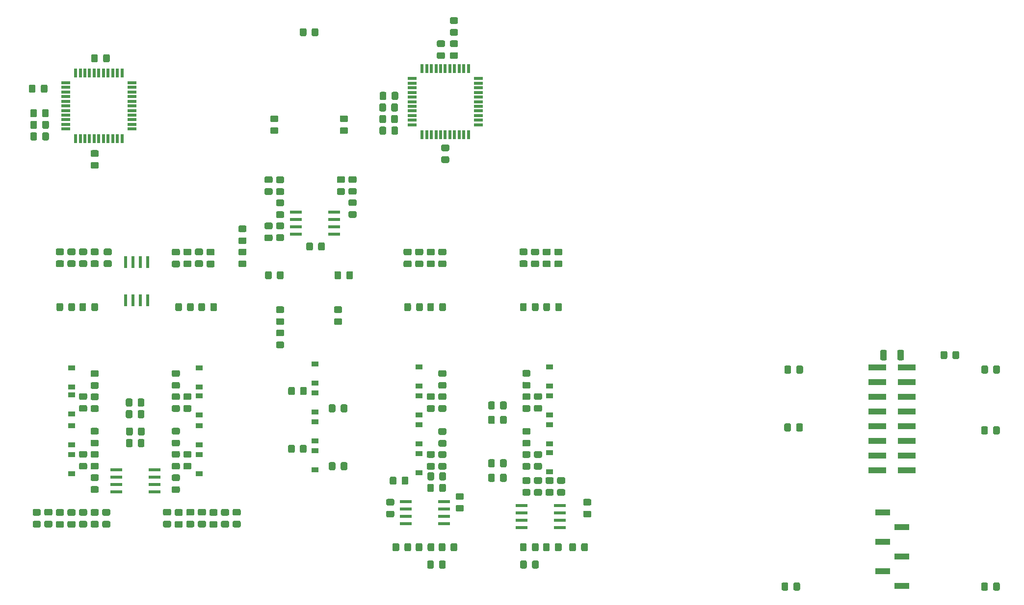
<source format=gbp>
G04 #@! TF.GenerationSoftware,KiCad,Pcbnew,(5.1.9)-1*
G04 #@! TF.CreationDate,2021-05-20T23:06:15+02:00*
G04 #@! TF.ProjectId,KicadJE_OLED_Board,4b696361-644a-4455-9f4f-4c45445f426f,Rev A*
G04 #@! TF.SameCoordinates,Original*
G04 #@! TF.FileFunction,Paste,Bot*
G04 #@! TF.FilePolarity,Positive*
%FSLAX46Y46*%
G04 Gerber Fmt 4.6, Leading zero omitted, Abs format (unit mm)*
G04 Created by KiCad (PCBNEW (5.1.9)-1) date 2021-05-20 23:06:15*
%MOMM*%
%LPD*%
G01*
G04 APERTURE LIST*
%ADD10R,2.510000X1.000000*%
%ADD11R,3.150000X1.000000*%
%ADD12R,1.500000X0.550000*%
%ADD13R,0.550000X1.500000*%
%ADD14R,1.200000X0.900000*%
%ADD15R,2.000000X0.550000*%
%ADD16R,0.550000X2.000000*%
G04 APERTURE END LIST*
G36*
G01*
X102800000Y-62299999D02*
X102800000Y-63200001D01*
G75*
G02*
X102550001Y-63450000I-249999J0D01*
G01*
X101899999Y-63450000D01*
G75*
G02*
X101650000Y-63200001I0J249999D01*
G01*
X101650000Y-62299999D01*
G75*
G02*
X101899999Y-62050000I249999J0D01*
G01*
X102550001Y-62050000D01*
G75*
G02*
X102800000Y-62299999I0J-249999D01*
G01*
G37*
G36*
G01*
X104850000Y-62299999D02*
X104850000Y-63200001D01*
G75*
G02*
X104600001Y-63450000I-249999J0D01*
G01*
X103949999Y-63450000D01*
G75*
G02*
X103700000Y-63200001I0J249999D01*
G01*
X103700000Y-62299999D01*
G75*
G02*
X103949999Y-62050000I249999J0D01*
G01*
X104600001Y-62050000D01*
G75*
G02*
X104850000Y-62299999I0J-249999D01*
G01*
G37*
G36*
G01*
X248550000Y-109450001D02*
X248550000Y-108149999D01*
G75*
G02*
X248799999Y-107900000I249999J0D01*
G01*
X249450001Y-107900000D01*
G75*
G02*
X249700000Y-108149999I0J-249999D01*
G01*
X249700000Y-109450001D01*
G75*
G02*
X249450001Y-109700000I-249999J0D01*
G01*
X248799999Y-109700000D01*
G75*
G02*
X248550000Y-109450001I0J249999D01*
G01*
G37*
G36*
G01*
X251500000Y-109450001D02*
X251500000Y-108149999D01*
G75*
G02*
X251749999Y-107900000I249999J0D01*
G01*
X252400001Y-107900000D01*
G75*
G02*
X252650000Y-108149999I0J-249999D01*
G01*
X252650000Y-109450001D01*
G75*
G02*
X252400001Y-109700000I-249999J0D01*
G01*
X251749999Y-109700000D01*
G75*
G02*
X251500000Y-109450001I0J249999D01*
G01*
G37*
G36*
G01*
X262175000Y-108349999D02*
X262175000Y-109250001D01*
G75*
G02*
X261925001Y-109500000I-249999J0D01*
G01*
X261274999Y-109500000D01*
G75*
G02*
X261025000Y-109250001I0J249999D01*
G01*
X261025000Y-108349999D01*
G75*
G02*
X261274999Y-108100000I249999J0D01*
G01*
X261925001Y-108100000D01*
G75*
G02*
X262175000Y-108349999I0J-249999D01*
G01*
G37*
G36*
G01*
X260125000Y-108349999D02*
X260125000Y-109250001D01*
G75*
G02*
X259875001Y-109500000I-249999J0D01*
G01*
X259224999Y-109500000D01*
G75*
G02*
X258975000Y-109250001I0J249999D01*
G01*
X258975000Y-108349999D01*
G75*
G02*
X259224999Y-108100000I249999J0D01*
G01*
X259875001Y-108100000D01*
G75*
G02*
X260125000Y-108349999I0J-249999D01*
G01*
G37*
G36*
G01*
X149550000Y-52549999D02*
X149550000Y-53450001D01*
G75*
G02*
X149300001Y-53700000I-249999J0D01*
G01*
X148649999Y-53700000D01*
G75*
G02*
X148400000Y-53450001I0J249999D01*
G01*
X148400000Y-52549999D01*
G75*
G02*
X148649999Y-52300000I249999J0D01*
G01*
X149300001Y-52300000D01*
G75*
G02*
X149550000Y-52549999I0J-249999D01*
G01*
G37*
G36*
G01*
X151600000Y-52549999D02*
X151600000Y-53450001D01*
G75*
G02*
X151350001Y-53700000I-249999J0D01*
G01*
X150699999Y-53700000D01*
G75*
G02*
X150450000Y-53450001I0J249999D01*
G01*
X150450000Y-52549999D01*
G75*
G02*
X150699999Y-52300000I249999J0D01*
G01*
X151350001Y-52300000D01*
G75*
G02*
X151600000Y-52549999I0J-249999D01*
G01*
G37*
G36*
G01*
X235225000Y-110849999D02*
X235225000Y-111750001D01*
G75*
G02*
X234975001Y-112000000I-249999J0D01*
G01*
X234324999Y-112000000D01*
G75*
G02*
X234075000Y-111750001I0J249999D01*
G01*
X234075000Y-110849999D01*
G75*
G02*
X234324999Y-110600000I249999J0D01*
G01*
X234975001Y-110600000D01*
G75*
G02*
X235225000Y-110849999I0J-249999D01*
G01*
G37*
G36*
G01*
X233175000Y-110849999D02*
X233175000Y-111750001D01*
G75*
G02*
X232925001Y-112000000I-249999J0D01*
G01*
X232274999Y-112000000D01*
G75*
G02*
X232025000Y-111750001I0J249999D01*
G01*
X232025000Y-110849999D01*
G75*
G02*
X232274999Y-110600000I249999J0D01*
G01*
X232925001Y-110600000D01*
G75*
G02*
X233175000Y-110849999I0J-249999D01*
G01*
G37*
G36*
G01*
X268050000Y-111750001D02*
X268050000Y-110849999D01*
G75*
G02*
X268299999Y-110600000I249999J0D01*
G01*
X268950001Y-110600000D01*
G75*
G02*
X269200000Y-110849999I0J-249999D01*
G01*
X269200000Y-111750001D01*
G75*
G02*
X268950001Y-112000000I-249999J0D01*
G01*
X268299999Y-112000000D01*
G75*
G02*
X268050000Y-111750001I0J249999D01*
G01*
G37*
G36*
G01*
X266000000Y-111750001D02*
X266000000Y-110849999D01*
G75*
G02*
X266249999Y-110600000I249999J0D01*
G01*
X266900001Y-110600000D01*
G75*
G02*
X267150000Y-110849999I0J-249999D01*
G01*
X267150000Y-111750001D01*
G75*
G02*
X266900001Y-112000000I-249999J0D01*
G01*
X266249999Y-112000000D01*
G75*
G02*
X266000000Y-111750001I0J249999D01*
G01*
G37*
G36*
G01*
X235200000Y-120849999D02*
X235200000Y-121750001D01*
G75*
G02*
X234950001Y-122000000I-249999J0D01*
G01*
X234299999Y-122000000D01*
G75*
G02*
X234050000Y-121750001I0J249999D01*
G01*
X234050000Y-120849999D01*
G75*
G02*
X234299999Y-120600000I249999J0D01*
G01*
X234950001Y-120600000D01*
G75*
G02*
X235200000Y-120849999I0J-249999D01*
G01*
G37*
G36*
G01*
X233150000Y-120849999D02*
X233150000Y-121750001D01*
G75*
G02*
X232900001Y-122000000I-249999J0D01*
G01*
X232249999Y-122000000D01*
G75*
G02*
X232000000Y-121750001I0J249999D01*
G01*
X232000000Y-120849999D01*
G75*
G02*
X232249999Y-120600000I249999J0D01*
G01*
X232900001Y-120600000D01*
G75*
G02*
X233150000Y-120849999I0J-249999D01*
G01*
G37*
G36*
G01*
X265975000Y-122250001D02*
X265975000Y-121349999D01*
G75*
G02*
X266224999Y-121100000I249999J0D01*
G01*
X266875001Y-121100000D01*
G75*
G02*
X267125000Y-121349999I0J-249999D01*
G01*
X267125000Y-122250001D01*
G75*
G02*
X266875001Y-122500000I-249999J0D01*
G01*
X266224999Y-122500000D01*
G75*
G02*
X265975000Y-122250001I0J249999D01*
G01*
G37*
G36*
G01*
X268025000Y-122250001D02*
X268025000Y-121349999D01*
G75*
G02*
X268274999Y-121100000I249999J0D01*
G01*
X268925001Y-121100000D01*
G75*
G02*
X269175000Y-121349999I0J-249999D01*
G01*
X269175000Y-122250001D01*
G75*
G02*
X268925001Y-122500000I-249999J0D01*
G01*
X268274999Y-122500000D01*
G75*
G02*
X268025000Y-122250001I0J249999D01*
G01*
G37*
G36*
G01*
X234725000Y-148349999D02*
X234725000Y-149250001D01*
G75*
G02*
X234475001Y-149500000I-249999J0D01*
G01*
X233824999Y-149500000D01*
G75*
G02*
X233575000Y-149250001I0J249999D01*
G01*
X233575000Y-148349999D01*
G75*
G02*
X233824999Y-148100000I249999J0D01*
G01*
X234475001Y-148100000D01*
G75*
G02*
X234725000Y-148349999I0J-249999D01*
G01*
G37*
G36*
G01*
X232675000Y-148349999D02*
X232675000Y-149250001D01*
G75*
G02*
X232425001Y-149500000I-249999J0D01*
G01*
X231774999Y-149500000D01*
G75*
G02*
X231525000Y-149250001I0J249999D01*
G01*
X231525000Y-148349999D01*
G75*
G02*
X231774999Y-148100000I249999J0D01*
G01*
X232425001Y-148100000D01*
G75*
G02*
X232675000Y-148349999I0J-249999D01*
G01*
G37*
G36*
G01*
X268025000Y-149250001D02*
X268025000Y-148349999D01*
G75*
G02*
X268274999Y-148100000I249999J0D01*
G01*
X268925001Y-148100000D01*
G75*
G02*
X269175000Y-148349999I0J-249999D01*
G01*
X269175000Y-149250001D01*
G75*
G02*
X268925001Y-149500000I-249999J0D01*
G01*
X268274999Y-149500000D01*
G75*
G02*
X268025000Y-149250001I0J249999D01*
G01*
G37*
G36*
G01*
X265975000Y-149250001D02*
X265975000Y-148349999D01*
G75*
G02*
X266224999Y-148100000I249999J0D01*
G01*
X266875001Y-148100000D01*
G75*
G02*
X267125000Y-148349999I0J-249999D01*
G01*
X267125000Y-149250001D01*
G75*
G02*
X266875001Y-149500000I-249999J0D01*
G01*
X266224999Y-149500000D01*
G75*
G02*
X265975000Y-149250001I0J249999D01*
G01*
G37*
D10*
X252255000Y-138490000D03*
X252255000Y-143570000D03*
X252255000Y-148650000D03*
X248945000Y-135950000D03*
X248945000Y-141030000D03*
X248945000Y-146110000D03*
D11*
X253125000Y-110910000D03*
X248075000Y-110910000D03*
X253125000Y-113450000D03*
X248075000Y-113450000D03*
X253125000Y-115990000D03*
X248075000Y-115990000D03*
X253125000Y-118530000D03*
X248075000Y-118530000D03*
X253125000Y-121070000D03*
X248075000Y-121070000D03*
X253125000Y-123610000D03*
X248075000Y-123610000D03*
X253125000Y-126150000D03*
X248075000Y-126150000D03*
X253125000Y-128690000D03*
X248075000Y-128690000D03*
G36*
G01*
X172299999Y-54400000D02*
X173200001Y-54400000D01*
G75*
G02*
X173450000Y-54649999I0J-249999D01*
G01*
X173450000Y-55300001D01*
G75*
G02*
X173200001Y-55550000I-249999J0D01*
G01*
X172299999Y-55550000D01*
G75*
G02*
X172050000Y-55300001I0J249999D01*
G01*
X172050000Y-54649999D01*
G75*
G02*
X172299999Y-54400000I249999J0D01*
G01*
G37*
G36*
G01*
X172299999Y-56450000D02*
X173200001Y-56450000D01*
G75*
G02*
X173450000Y-56699999I0J-249999D01*
G01*
X173450000Y-57350001D01*
G75*
G02*
X173200001Y-57600000I-249999J0D01*
G01*
X172299999Y-57600000D01*
G75*
G02*
X172050000Y-57350001I0J249999D01*
G01*
X172050000Y-56699999D01*
G75*
G02*
X172299999Y-56450000I249999J0D01*
G01*
G37*
G36*
G01*
X173950001Y-75600000D02*
X173049999Y-75600000D01*
G75*
G02*
X172800000Y-75350001I0J249999D01*
G01*
X172800000Y-74699999D01*
G75*
G02*
X173049999Y-74450000I249999J0D01*
G01*
X173950001Y-74450000D01*
G75*
G02*
X174200000Y-74699999I0J-249999D01*
G01*
X174200000Y-75350001D01*
G75*
G02*
X173950001Y-75600000I-249999J0D01*
G01*
G37*
G36*
G01*
X173950001Y-73550000D02*
X173049999Y-73550000D01*
G75*
G02*
X172800000Y-73300001I0J249999D01*
G01*
X172800000Y-72649999D01*
G75*
G02*
X173049999Y-72400000I249999J0D01*
G01*
X173950001Y-72400000D01*
G75*
G02*
X174200000Y-72649999I0J-249999D01*
G01*
X174200000Y-73300001D01*
G75*
G02*
X173950001Y-73550000I-249999J0D01*
G01*
G37*
G36*
G01*
X164175000Y-66450001D02*
X164175000Y-65549999D01*
G75*
G02*
X164424999Y-65300000I249999J0D01*
G01*
X165075001Y-65300000D01*
G75*
G02*
X165325000Y-65549999I0J-249999D01*
G01*
X165325000Y-66450001D01*
G75*
G02*
X165075001Y-66700000I-249999J0D01*
G01*
X164424999Y-66700000D01*
G75*
G02*
X164175000Y-66450001I0J249999D01*
G01*
G37*
G36*
G01*
X162125000Y-66450001D02*
X162125000Y-65549999D01*
G75*
G02*
X162374999Y-65300000I249999J0D01*
G01*
X163025001Y-65300000D01*
G75*
G02*
X163275000Y-65549999I0J-249999D01*
G01*
X163275000Y-66450001D01*
G75*
G02*
X163025001Y-66700000I-249999J0D01*
G01*
X162374999Y-66700000D01*
G75*
G02*
X162125000Y-66450001I0J249999D01*
G01*
G37*
G36*
G01*
X165375000Y-63549999D02*
X165375000Y-64450001D01*
G75*
G02*
X165125001Y-64700000I-249999J0D01*
G01*
X164474999Y-64700000D01*
G75*
G02*
X164225000Y-64450001I0J249999D01*
G01*
X164225000Y-63549999D01*
G75*
G02*
X164474999Y-63300000I249999J0D01*
G01*
X165125001Y-63300000D01*
G75*
G02*
X165375000Y-63549999I0J-249999D01*
G01*
G37*
G36*
G01*
X163325000Y-63549999D02*
X163325000Y-64450001D01*
G75*
G02*
X163075001Y-64700000I-249999J0D01*
G01*
X162424999Y-64700000D01*
G75*
G02*
X162175000Y-64450001I0J249999D01*
G01*
X162175000Y-63549999D01*
G75*
G02*
X162424999Y-63300000I249999J0D01*
G01*
X163075001Y-63300000D01*
G75*
G02*
X163325000Y-63549999I0J-249999D01*
G01*
G37*
G36*
G01*
X174549999Y-50400000D02*
X175450001Y-50400000D01*
G75*
G02*
X175700000Y-50649999I0J-249999D01*
G01*
X175700000Y-51300001D01*
G75*
G02*
X175450001Y-51550000I-249999J0D01*
G01*
X174549999Y-51550000D01*
G75*
G02*
X174300000Y-51300001I0J249999D01*
G01*
X174300000Y-50649999D01*
G75*
G02*
X174549999Y-50400000I249999J0D01*
G01*
G37*
G36*
G01*
X174549999Y-52450000D02*
X175450001Y-52450000D01*
G75*
G02*
X175700000Y-52699999I0J-249999D01*
G01*
X175700000Y-53350001D01*
G75*
G02*
X175450001Y-53600000I-249999J0D01*
G01*
X174549999Y-53600000D01*
G75*
G02*
X174300000Y-53350001I0J249999D01*
G01*
X174300000Y-52699999D01*
G75*
G02*
X174549999Y-52450000I249999J0D01*
G01*
G37*
G36*
G01*
X165325000Y-67549999D02*
X165325000Y-68450001D01*
G75*
G02*
X165075001Y-68700000I-249999J0D01*
G01*
X164424999Y-68700000D01*
G75*
G02*
X164175000Y-68450001I0J249999D01*
G01*
X164175000Y-67549999D01*
G75*
G02*
X164424999Y-67300000I249999J0D01*
G01*
X165075001Y-67300000D01*
G75*
G02*
X165325000Y-67549999I0J-249999D01*
G01*
G37*
G36*
G01*
X163275000Y-67549999D02*
X163275000Y-68450001D01*
G75*
G02*
X163025001Y-68700000I-249999J0D01*
G01*
X162374999Y-68700000D01*
G75*
G02*
X162125000Y-68450001I0J249999D01*
G01*
X162125000Y-67549999D01*
G75*
G02*
X162374999Y-67300000I249999J0D01*
G01*
X163025001Y-67300000D01*
G75*
G02*
X163275000Y-67549999I0J-249999D01*
G01*
G37*
G36*
G01*
X174549999Y-54400000D02*
X175450001Y-54400000D01*
G75*
G02*
X175700000Y-54649999I0J-249999D01*
G01*
X175700000Y-55300001D01*
G75*
G02*
X175450001Y-55550000I-249999J0D01*
G01*
X174549999Y-55550000D01*
G75*
G02*
X174300000Y-55300001I0J249999D01*
G01*
X174300000Y-54649999D01*
G75*
G02*
X174549999Y-54400000I249999J0D01*
G01*
G37*
G36*
G01*
X174549999Y-56450000D02*
X175450001Y-56450000D01*
G75*
G02*
X175700000Y-56699999I0J-249999D01*
G01*
X175700000Y-57350001D01*
G75*
G02*
X175450001Y-57600000I-249999J0D01*
G01*
X174549999Y-57600000D01*
G75*
G02*
X174300000Y-57350001I0J249999D01*
G01*
X174300000Y-56699999D01*
G75*
G02*
X174549999Y-56450000I249999J0D01*
G01*
G37*
G36*
G01*
X165350000Y-69549999D02*
X165350000Y-70450001D01*
G75*
G02*
X165100001Y-70700000I-249999J0D01*
G01*
X164449999Y-70700000D01*
G75*
G02*
X164200000Y-70450001I0J249999D01*
G01*
X164200000Y-69549999D01*
G75*
G02*
X164449999Y-69300000I249999J0D01*
G01*
X165100001Y-69300000D01*
G75*
G02*
X165350000Y-69549999I0J-249999D01*
G01*
G37*
G36*
G01*
X163300000Y-69549999D02*
X163300000Y-70450001D01*
G75*
G02*
X163050001Y-70700000I-249999J0D01*
G01*
X162399999Y-70700000D01*
G75*
G02*
X162150000Y-70450001I0J249999D01*
G01*
X162150000Y-69549999D01*
G75*
G02*
X162399999Y-69300000I249999J0D01*
G01*
X163050001Y-69300000D01*
G75*
G02*
X163300000Y-69549999I0J-249999D01*
G01*
G37*
D12*
X179200000Y-61000000D03*
X179200000Y-61800000D03*
X179200000Y-62600000D03*
X179200000Y-63400000D03*
X179200000Y-64200000D03*
X179200000Y-65000000D03*
X179200000Y-65800000D03*
X179200000Y-66600000D03*
X179200000Y-67400000D03*
X179200000Y-68200000D03*
X179200000Y-69000000D03*
D13*
X177500000Y-70700000D03*
X176700000Y-70700000D03*
X175900000Y-70700000D03*
X175100000Y-70700000D03*
X174300000Y-70700000D03*
X173500000Y-70700000D03*
X172700000Y-70700000D03*
X171900000Y-70700000D03*
X171100000Y-70700000D03*
X170300000Y-70700000D03*
X169500000Y-70700000D03*
D12*
X167800000Y-69000000D03*
X167800000Y-68200000D03*
X167800000Y-67400000D03*
X167800000Y-66600000D03*
X167800000Y-65800000D03*
X167800000Y-65000000D03*
X167800000Y-64200000D03*
X167800000Y-63400000D03*
X167800000Y-62600000D03*
X167800000Y-61800000D03*
X167800000Y-61000000D03*
D13*
X169500000Y-59300000D03*
X170300000Y-59300000D03*
X171100000Y-59300000D03*
X171900000Y-59300000D03*
X172700000Y-59300000D03*
X173500000Y-59300000D03*
X174300000Y-59300000D03*
X175100000Y-59300000D03*
X175900000Y-59300000D03*
X176700000Y-59300000D03*
X177500000Y-59300000D03*
G36*
G01*
X173450001Y-112550000D02*
X172549999Y-112550000D01*
G75*
G02*
X172300000Y-112300001I0J249999D01*
G01*
X172300000Y-111649999D01*
G75*
G02*
X172549999Y-111400000I249999J0D01*
G01*
X173450001Y-111400000D01*
G75*
G02*
X173700000Y-111649999I0J-249999D01*
G01*
X173700000Y-112300001D01*
G75*
G02*
X173450001Y-112550000I-249999J0D01*
G01*
G37*
G36*
G01*
X173450001Y-114600000D02*
X172549999Y-114600000D01*
G75*
G02*
X172300000Y-114350001I0J249999D01*
G01*
X172300000Y-113699999D01*
G75*
G02*
X172549999Y-113450000I249999J0D01*
G01*
X173450001Y-113450000D01*
G75*
G02*
X173700000Y-113699999I0J-249999D01*
G01*
X173700000Y-114350001D01*
G75*
G02*
X173450001Y-114600000I-249999J0D01*
G01*
G37*
G36*
G01*
X187950001Y-114575000D02*
X187049999Y-114575000D01*
G75*
G02*
X186800000Y-114325001I0J249999D01*
G01*
X186800000Y-113674999D01*
G75*
G02*
X187049999Y-113425000I249999J0D01*
G01*
X187950001Y-113425000D01*
G75*
G02*
X188200000Y-113674999I0J-249999D01*
G01*
X188200000Y-114325001D01*
G75*
G02*
X187950001Y-114575000I-249999J0D01*
G01*
G37*
G36*
G01*
X187950001Y-112525000D02*
X187049999Y-112525000D01*
G75*
G02*
X186800000Y-112275001I0J249999D01*
G01*
X186800000Y-111624999D01*
G75*
G02*
X187049999Y-111375000I249999J0D01*
G01*
X187950001Y-111375000D01*
G75*
G02*
X188200000Y-111624999I0J-249999D01*
G01*
X188200000Y-112275001D01*
G75*
G02*
X187950001Y-112525000I-249999J0D01*
G01*
G37*
G36*
G01*
X169450001Y-91550000D02*
X168549999Y-91550000D01*
G75*
G02*
X168300000Y-91300001I0J249999D01*
G01*
X168300000Y-90649999D01*
G75*
G02*
X168549999Y-90400000I249999J0D01*
G01*
X169450001Y-90400000D01*
G75*
G02*
X169700000Y-90649999I0J-249999D01*
G01*
X169700000Y-91300001D01*
G75*
G02*
X169450001Y-91550000I-249999J0D01*
G01*
G37*
G36*
G01*
X169450001Y-93600000D02*
X168549999Y-93600000D01*
G75*
G02*
X168300000Y-93350001I0J249999D01*
G01*
X168300000Y-92699999D01*
G75*
G02*
X168549999Y-92450000I249999J0D01*
G01*
X169450001Y-92450000D01*
G75*
G02*
X169700000Y-92699999I0J-249999D01*
G01*
X169700000Y-93350001D01*
G75*
G02*
X169450001Y-93600000I-249999J0D01*
G01*
G37*
G36*
G01*
X171450001Y-93600000D02*
X170549999Y-93600000D01*
G75*
G02*
X170300000Y-93350001I0J249999D01*
G01*
X170300000Y-92699999D01*
G75*
G02*
X170549999Y-92450000I249999J0D01*
G01*
X171450001Y-92450000D01*
G75*
G02*
X171700000Y-92699999I0J-249999D01*
G01*
X171700000Y-93350001D01*
G75*
G02*
X171450001Y-93600000I-249999J0D01*
G01*
G37*
G36*
G01*
X171450001Y-91550000D02*
X170549999Y-91550000D01*
G75*
G02*
X170300000Y-91300001I0J249999D01*
G01*
X170300000Y-90649999D01*
G75*
G02*
X170549999Y-90400000I249999J0D01*
G01*
X171450001Y-90400000D01*
G75*
G02*
X171700000Y-90649999I0J-249999D01*
G01*
X171700000Y-91300001D01*
G75*
G02*
X171450001Y-91550000I-249999J0D01*
G01*
G37*
G36*
G01*
X172450000Y-100950001D02*
X172450000Y-100049999D01*
G75*
G02*
X172699999Y-99800000I249999J0D01*
G01*
X173350001Y-99800000D01*
G75*
G02*
X173600000Y-100049999I0J-249999D01*
G01*
X173600000Y-100950001D01*
G75*
G02*
X173350001Y-101200000I-249999J0D01*
G01*
X172699999Y-101200000D01*
G75*
G02*
X172450000Y-100950001I0J249999D01*
G01*
G37*
G36*
G01*
X170400000Y-100950001D02*
X170400000Y-100049999D01*
G75*
G02*
X170649999Y-99800000I249999J0D01*
G01*
X171300001Y-99800000D01*
G75*
G02*
X171550000Y-100049999I0J-249999D01*
G01*
X171550000Y-100950001D01*
G75*
G02*
X171300001Y-101200000I-249999J0D01*
G01*
X170649999Y-101200000D01*
G75*
G02*
X170400000Y-100950001I0J249999D01*
G01*
G37*
D14*
X169000000Y-124150000D03*
X169000000Y-120850000D03*
X169000000Y-125850000D03*
X169000000Y-129150000D03*
X191500000Y-124150000D03*
X191500000Y-120850000D03*
X191500000Y-125700000D03*
X191500000Y-129000000D03*
X169000000Y-119150000D03*
X169000000Y-115850000D03*
X169000000Y-110850000D03*
X169000000Y-114150000D03*
X191500000Y-119150000D03*
X191500000Y-115850000D03*
X191500000Y-110850000D03*
X191500000Y-114150000D03*
G36*
G01*
X180900000Y-127950001D02*
X180900000Y-127049999D01*
G75*
G02*
X181149999Y-126800000I249999J0D01*
G01*
X181800001Y-126800000D01*
G75*
G02*
X182050000Y-127049999I0J-249999D01*
G01*
X182050000Y-127950001D01*
G75*
G02*
X181800001Y-128200000I-249999J0D01*
G01*
X181149999Y-128200000D01*
G75*
G02*
X180900000Y-127950001I0J249999D01*
G01*
G37*
G36*
G01*
X182950000Y-127950001D02*
X182950000Y-127049999D01*
G75*
G02*
X183199999Y-126800000I249999J0D01*
G01*
X183850001Y-126800000D01*
G75*
G02*
X184100000Y-127049999I0J-249999D01*
G01*
X184100000Y-127950001D01*
G75*
G02*
X183850001Y-128200000I-249999J0D01*
G01*
X183199999Y-128200000D01*
G75*
G02*
X182950000Y-127950001I0J249999D01*
G01*
G37*
G36*
G01*
X184100000Y-119549999D02*
X184100000Y-120450001D01*
G75*
G02*
X183850001Y-120700000I-249999J0D01*
G01*
X183199999Y-120700000D01*
G75*
G02*
X182950000Y-120450001I0J249999D01*
G01*
X182950000Y-119549999D01*
G75*
G02*
X183199999Y-119300000I249999J0D01*
G01*
X183850001Y-119300000D01*
G75*
G02*
X184100000Y-119549999I0J-249999D01*
G01*
G37*
G36*
G01*
X182050000Y-119549999D02*
X182050000Y-120450001D01*
G75*
G02*
X181800001Y-120700000I-249999J0D01*
G01*
X181149999Y-120700000D01*
G75*
G02*
X180900000Y-120450001I0J249999D01*
G01*
X180900000Y-119549999D01*
G75*
G02*
X181149999Y-119300000I249999J0D01*
G01*
X181800001Y-119300000D01*
G75*
G02*
X182050000Y-119549999I0J-249999D01*
G01*
G37*
G36*
G01*
X180900000Y-117950001D02*
X180900000Y-117049999D01*
G75*
G02*
X181149999Y-116800000I249999J0D01*
G01*
X181800001Y-116800000D01*
G75*
G02*
X182050000Y-117049999I0J-249999D01*
G01*
X182050000Y-117950001D01*
G75*
G02*
X181800001Y-118200000I-249999J0D01*
G01*
X181149999Y-118200000D01*
G75*
G02*
X180900000Y-117950001I0J249999D01*
G01*
G37*
G36*
G01*
X182950000Y-117950001D02*
X182950000Y-117049999D01*
G75*
G02*
X183199999Y-116800000I249999J0D01*
G01*
X183850001Y-116800000D01*
G75*
G02*
X184100000Y-117049999I0J-249999D01*
G01*
X184100000Y-117950001D01*
G75*
G02*
X183850001Y-118200000I-249999J0D01*
G01*
X183199999Y-118200000D01*
G75*
G02*
X182950000Y-117950001I0J249999D01*
G01*
G37*
G36*
G01*
X182050000Y-129549999D02*
X182050000Y-130450001D01*
G75*
G02*
X181800001Y-130700000I-249999J0D01*
G01*
X181149999Y-130700000D01*
G75*
G02*
X180900000Y-130450001I0J249999D01*
G01*
X180900000Y-129549999D01*
G75*
G02*
X181149999Y-129300000I249999J0D01*
G01*
X181800001Y-129300000D01*
G75*
G02*
X182050000Y-129549999I0J-249999D01*
G01*
G37*
G36*
G01*
X184100000Y-129549999D02*
X184100000Y-130450001D01*
G75*
G02*
X183850001Y-130700000I-249999J0D01*
G01*
X183199999Y-130700000D01*
G75*
G02*
X182950000Y-130450001I0J249999D01*
G01*
X182950000Y-129549999D01*
G75*
G02*
X183199999Y-129300000I249999J0D01*
G01*
X183850001Y-129300000D01*
G75*
G02*
X184100000Y-129549999I0J-249999D01*
G01*
G37*
G36*
G01*
X198450001Y-136850000D02*
X197549999Y-136850000D01*
G75*
G02*
X197300000Y-136600001I0J249999D01*
G01*
X197300000Y-135949999D01*
G75*
G02*
X197549999Y-135700000I249999J0D01*
G01*
X198450001Y-135700000D01*
G75*
G02*
X198700000Y-135949999I0J-249999D01*
G01*
X198700000Y-136600001D01*
G75*
G02*
X198450001Y-136850000I-249999J0D01*
G01*
G37*
G36*
G01*
X198450001Y-134800000D02*
X197549999Y-134800000D01*
G75*
G02*
X197300000Y-134550001I0J249999D01*
G01*
X197300000Y-133899999D01*
G75*
G02*
X197549999Y-133650000I249999J0D01*
G01*
X198450001Y-133650000D01*
G75*
G02*
X198700000Y-133899999I0J-249999D01*
G01*
X198700000Y-134550001D01*
G75*
G02*
X198450001Y-134800000I-249999J0D01*
G01*
G37*
G36*
G01*
X173450001Y-116550000D02*
X172549999Y-116550000D01*
G75*
G02*
X172300000Y-116300001I0J249999D01*
G01*
X172300000Y-115649999D01*
G75*
G02*
X172549999Y-115400000I249999J0D01*
G01*
X173450001Y-115400000D01*
G75*
G02*
X173700000Y-115649999I0J-249999D01*
G01*
X173700000Y-116300001D01*
G75*
G02*
X173450001Y-116550000I-249999J0D01*
G01*
G37*
G36*
G01*
X173450001Y-118600000D02*
X172549999Y-118600000D01*
G75*
G02*
X172300000Y-118350001I0J249999D01*
G01*
X172300000Y-117699999D01*
G75*
G02*
X172549999Y-117450000I249999J0D01*
G01*
X173450001Y-117450000D01*
G75*
G02*
X173700000Y-117699999I0J-249999D01*
G01*
X173700000Y-118350001D01*
G75*
G02*
X173450001Y-118600000I-249999J0D01*
G01*
G37*
G36*
G01*
X187950001Y-118600000D02*
X187049999Y-118600000D01*
G75*
G02*
X186800000Y-118350001I0J249999D01*
G01*
X186800000Y-117699999D01*
G75*
G02*
X187049999Y-117450000I249999J0D01*
G01*
X187950001Y-117450000D01*
G75*
G02*
X188200000Y-117699999I0J-249999D01*
G01*
X188200000Y-118350001D01*
G75*
G02*
X187950001Y-118600000I-249999J0D01*
G01*
G37*
G36*
G01*
X187950001Y-116550000D02*
X187049999Y-116550000D01*
G75*
G02*
X186800000Y-116300001I0J249999D01*
G01*
X186800000Y-115649999D01*
G75*
G02*
X187049999Y-115400000I249999J0D01*
G01*
X187950001Y-115400000D01*
G75*
G02*
X188200000Y-115649999I0J-249999D01*
G01*
X188200000Y-116300001D01*
G75*
G02*
X187950001Y-116550000I-249999J0D01*
G01*
G37*
G36*
G01*
X176450001Y-133800000D02*
X175549999Y-133800000D01*
G75*
G02*
X175300000Y-133550001I0J249999D01*
G01*
X175300000Y-132899999D01*
G75*
G02*
X175549999Y-132650000I249999J0D01*
G01*
X176450001Y-132650000D01*
G75*
G02*
X176700000Y-132899999I0J-249999D01*
G01*
X176700000Y-133550001D01*
G75*
G02*
X176450001Y-133800000I-249999J0D01*
G01*
G37*
G36*
G01*
X176450001Y-135850000D02*
X175549999Y-135850000D01*
G75*
G02*
X175300000Y-135600001I0J249999D01*
G01*
X175300000Y-134949999D01*
G75*
G02*
X175549999Y-134700000I249999J0D01*
G01*
X176450001Y-134700000D01*
G75*
G02*
X176700000Y-134949999I0J-249999D01*
G01*
X176700000Y-135600001D01*
G75*
G02*
X176450001Y-135850000I-249999J0D01*
G01*
G37*
G36*
G01*
X170549999Y-115400000D02*
X171450001Y-115400000D01*
G75*
G02*
X171700000Y-115649999I0J-249999D01*
G01*
X171700000Y-116300001D01*
G75*
G02*
X171450001Y-116550000I-249999J0D01*
G01*
X170549999Y-116550000D01*
G75*
G02*
X170300000Y-116300001I0J249999D01*
G01*
X170300000Y-115649999D01*
G75*
G02*
X170549999Y-115400000I249999J0D01*
G01*
G37*
G36*
G01*
X170549999Y-117450000D02*
X171450001Y-117450000D01*
G75*
G02*
X171700000Y-117699999I0J-249999D01*
G01*
X171700000Y-118350001D01*
G75*
G02*
X171450001Y-118600000I-249999J0D01*
G01*
X170549999Y-118600000D01*
G75*
G02*
X170300000Y-118350001I0J249999D01*
G01*
X170300000Y-117699999D01*
G75*
G02*
X170549999Y-117450000I249999J0D01*
G01*
G37*
G36*
G01*
X189049999Y-117425000D02*
X189950001Y-117425000D01*
G75*
G02*
X190200000Y-117674999I0J-249999D01*
G01*
X190200000Y-118325001D01*
G75*
G02*
X189950001Y-118575000I-249999J0D01*
G01*
X189049999Y-118575000D01*
G75*
G02*
X188800000Y-118325001I0J249999D01*
G01*
X188800000Y-117674999D01*
G75*
G02*
X189049999Y-117425000I249999J0D01*
G01*
G37*
G36*
G01*
X189049999Y-115375000D02*
X189950001Y-115375000D01*
G75*
G02*
X190200000Y-115624999I0J-249999D01*
G01*
X190200000Y-116275001D01*
G75*
G02*
X189950001Y-116525000I-249999J0D01*
G01*
X189049999Y-116525000D01*
G75*
G02*
X188800000Y-116275001I0J249999D01*
G01*
X188800000Y-115624999D01*
G75*
G02*
X189049999Y-115375000I249999J0D01*
G01*
G37*
G36*
G01*
X173450001Y-126550000D02*
X172549999Y-126550000D01*
G75*
G02*
X172300000Y-126300001I0J249999D01*
G01*
X172300000Y-125649999D01*
G75*
G02*
X172549999Y-125400000I249999J0D01*
G01*
X173450001Y-125400000D01*
G75*
G02*
X173700000Y-125649999I0J-249999D01*
G01*
X173700000Y-126300001D01*
G75*
G02*
X173450001Y-126550000I-249999J0D01*
G01*
G37*
G36*
G01*
X173450001Y-128600000D02*
X172549999Y-128600000D01*
G75*
G02*
X172300000Y-128350001I0J249999D01*
G01*
X172300000Y-127699999D01*
G75*
G02*
X172549999Y-127450000I249999J0D01*
G01*
X173450001Y-127450000D01*
G75*
G02*
X173700000Y-127699999I0J-249999D01*
G01*
X173700000Y-128350001D01*
G75*
G02*
X173450001Y-128600000I-249999J0D01*
G01*
G37*
G36*
G01*
X187950001Y-128600000D02*
X187049999Y-128600000D01*
G75*
G02*
X186800000Y-128350001I0J249999D01*
G01*
X186800000Y-127699999D01*
G75*
G02*
X187049999Y-127450000I249999J0D01*
G01*
X187950001Y-127450000D01*
G75*
G02*
X188200000Y-127699999I0J-249999D01*
G01*
X188200000Y-128350001D01*
G75*
G02*
X187950001Y-128600000I-249999J0D01*
G01*
G37*
G36*
G01*
X187950001Y-126550000D02*
X187049999Y-126550000D01*
G75*
G02*
X186800000Y-126300001I0J249999D01*
G01*
X186800000Y-125649999D01*
G75*
G02*
X187049999Y-125400000I249999J0D01*
G01*
X187950001Y-125400000D01*
G75*
G02*
X188200000Y-125649999I0J-249999D01*
G01*
X188200000Y-126300001D01*
G75*
G02*
X187950001Y-126550000I-249999J0D01*
G01*
G37*
G36*
G01*
X165075000Y-130049999D02*
X165075000Y-130950001D01*
G75*
G02*
X164825001Y-131200000I-249999J0D01*
G01*
X164174999Y-131200000D01*
G75*
G02*
X163925000Y-130950001I0J249999D01*
G01*
X163925000Y-130049999D01*
G75*
G02*
X164174999Y-129800000I249999J0D01*
G01*
X164825001Y-129800000D01*
G75*
G02*
X165075000Y-130049999I0J-249999D01*
G01*
G37*
G36*
G01*
X167125000Y-130049999D02*
X167125000Y-130950001D01*
G75*
G02*
X166875001Y-131200000I-249999J0D01*
G01*
X166224999Y-131200000D01*
G75*
G02*
X165975000Y-130950001I0J249999D01*
G01*
X165975000Y-130049999D01*
G75*
G02*
X166224999Y-129800000I249999J0D01*
G01*
X166875001Y-129800000D01*
G75*
G02*
X167125000Y-130049999I0J-249999D01*
G01*
G37*
G36*
G01*
X172375000Y-142450001D02*
X172375000Y-141549999D01*
G75*
G02*
X172624999Y-141300000I249999J0D01*
G01*
X173275001Y-141300000D01*
G75*
G02*
X173525000Y-141549999I0J-249999D01*
G01*
X173525000Y-142450001D01*
G75*
G02*
X173275001Y-142700000I-249999J0D01*
G01*
X172624999Y-142700000D01*
G75*
G02*
X172375000Y-142450001I0J249999D01*
G01*
G37*
G36*
G01*
X174425000Y-142450001D02*
X174425000Y-141549999D01*
G75*
G02*
X174674999Y-141300000I249999J0D01*
G01*
X175325001Y-141300000D01*
G75*
G02*
X175575000Y-141549999I0J-249999D01*
G01*
X175575000Y-142450001D01*
G75*
G02*
X175325001Y-142700000I-249999J0D01*
G01*
X174674999Y-142700000D01*
G75*
G02*
X174425000Y-142450001I0J249999D01*
G01*
G37*
G36*
G01*
X191950001Y-133100000D02*
X191049999Y-133100000D01*
G75*
G02*
X190800000Y-132850001I0J249999D01*
G01*
X190800000Y-132199999D01*
G75*
G02*
X191049999Y-131950000I249999J0D01*
G01*
X191950001Y-131950000D01*
G75*
G02*
X192200000Y-132199999I0J-249999D01*
G01*
X192200000Y-132850001D01*
G75*
G02*
X191950001Y-133100000I-249999J0D01*
G01*
G37*
G36*
G01*
X191950001Y-131050000D02*
X191049999Y-131050000D01*
G75*
G02*
X190800000Y-130800001I0J249999D01*
G01*
X190800000Y-130149999D01*
G75*
G02*
X191049999Y-129900000I249999J0D01*
G01*
X191950001Y-129900000D01*
G75*
G02*
X192200000Y-130149999I0J-249999D01*
G01*
X192200000Y-130800001D01*
G75*
G02*
X191950001Y-131050000I-249999J0D01*
G01*
G37*
G36*
G01*
X196950000Y-142450001D02*
X196950000Y-141549999D01*
G75*
G02*
X197199999Y-141300000I249999J0D01*
G01*
X197850001Y-141300000D01*
G75*
G02*
X198100000Y-141549999I0J-249999D01*
G01*
X198100000Y-142450001D01*
G75*
G02*
X197850001Y-142700000I-249999J0D01*
G01*
X197199999Y-142700000D01*
G75*
G02*
X196950000Y-142450001I0J249999D01*
G01*
G37*
G36*
G01*
X194900000Y-142450001D02*
X194900000Y-141549999D01*
G75*
G02*
X195149999Y-141300000I249999J0D01*
G01*
X195800001Y-141300000D01*
G75*
G02*
X196050000Y-141549999I0J-249999D01*
G01*
X196050000Y-142450001D01*
G75*
G02*
X195800001Y-142700000I-249999J0D01*
G01*
X195149999Y-142700000D01*
G75*
G02*
X194900000Y-142450001I0J249999D01*
G01*
G37*
G36*
G01*
X192425000Y-142450001D02*
X192425000Y-141549999D01*
G75*
G02*
X192674999Y-141300000I249999J0D01*
G01*
X193325001Y-141300000D01*
G75*
G02*
X193575000Y-141549999I0J-249999D01*
G01*
X193575000Y-142450001D01*
G75*
G02*
X193325001Y-142700000I-249999J0D01*
G01*
X192674999Y-142700000D01*
G75*
G02*
X192425000Y-142450001I0J249999D01*
G01*
G37*
G36*
G01*
X190375000Y-142450001D02*
X190375000Y-141549999D01*
G75*
G02*
X190624999Y-141300000I249999J0D01*
G01*
X191275001Y-141300000D01*
G75*
G02*
X191525000Y-141549999I0J-249999D01*
G01*
X191525000Y-142450001D01*
G75*
G02*
X191275001Y-142700000I-249999J0D01*
G01*
X190624999Y-142700000D01*
G75*
G02*
X190375000Y-142450001I0J249999D01*
G01*
G37*
G36*
G01*
X166549999Y-92450000D02*
X167450001Y-92450000D01*
G75*
G02*
X167700000Y-92699999I0J-249999D01*
G01*
X167700000Y-93350001D01*
G75*
G02*
X167450001Y-93600000I-249999J0D01*
G01*
X166549999Y-93600000D01*
G75*
G02*
X166300000Y-93350001I0J249999D01*
G01*
X166300000Y-92699999D01*
G75*
G02*
X166549999Y-92450000I249999J0D01*
G01*
G37*
G36*
G01*
X166549999Y-90400000D02*
X167450001Y-90400000D01*
G75*
G02*
X167700000Y-90649999I0J-249999D01*
G01*
X167700000Y-91300001D01*
G75*
G02*
X167450001Y-91550000I-249999J0D01*
G01*
X166549999Y-91550000D01*
G75*
G02*
X166300000Y-91300001I0J249999D01*
G01*
X166300000Y-90649999D01*
G75*
G02*
X166549999Y-90400000I249999J0D01*
G01*
G37*
G36*
G01*
X169550000Y-141549999D02*
X169550000Y-142450001D01*
G75*
G02*
X169300001Y-142700000I-249999J0D01*
G01*
X168649999Y-142700000D01*
G75*
G02*
X168400000Y-142450001I0J249999D01*
G01*
X168400000Y-141549999D01*
G75*
G02*
X168649999Y-141300000I249999J0D01*
G01*
X169300001Y-141300000D01*
G75*
G02*
X169550000Y-141549999I0J-249999D01*
G01*
G37*
G36*
G01*
X171600000Y-141549999D02*
X171600000Y-142450001D01*
G75*
G02*
X171350001Y-142700000I-249999J0D01*
G01*
X170699999Y-142700000D01*
G75*
G02*
X170450000Y-142450001I0J249999D01*
G01*
X170450000Y-141549999D01*
G75*
G02*
X170699999Y-141300000I249999J0D01*
G01*
X171350001Y-141300000D01*
G75*
G02*
X171600000Y-141549999I0J-249999D01*
G01*
G37*
G36*
G01*
X164400000Y-142450001D02*
X164400000Y-141549999D01*
G75*
G02*
X164649999Y-141300000I249999J0D01*
G01*
X165300001Y-141300000D01*
G75*
G02*
X165550000Y-141549999I0J-249999D01*
G01*
X165550000Y-142450001D01*
G75*
G02*
X165300001Y-142700000I-249999J0D01*
G01*
X164649999Y-142700000D01*
G75*
G02*
X164400000Y-142450001I0J249999D01*
G01*
G37*
G36*
G01*
X166450000Y-142450001D02*
X166450000Y-141549999D01*
G75*
G02*
X166699999Y-141300000I249999J0D01*
G01*
X167350001Y-141300000D01*
G75*
G02*
X167600000Y-141549999I0J-249999D01*
G01*
X167600000Y-142450001D01*
G75*
G02*
X167350001Y-142700000I-249999J0D01*
G01*
X166699999Y-142700000D01*
G75*
G02*
X166450000Y-142450001I0J249999D01*
G01*
G37*
G36*
G01*
X188450000Y-142450001D02*
X188450000Y-141549999D01*
G75*
G02*
X188699999Y-141300000I249999J0D01*
G01*
X189350001Y-141300000D01*
G75*
G02*
X189600000Y-141549999I0J-249999D01*
G01*
X189600000Y-142450001D01*
G75*
G02*
X189350001Y-142700000I-249999J0D01*
G01*
X188699999Y-142700000D01*
G75*
G02*
X188450000Y-142450001I0J249999D01*
G01*
G37*
G36*
G01*
X186400000Y-142450001D02*
X186400000Y-141549999D01*
G75*
G02*
X186649999Y-141300000I249999J0D01*
G01*
X187300001Y-141300000D01*
G75*
G02*
X187550000Y-141549999I0J-249999D01*
G01*
X187550000Y-142450001D01*
G75*
G02*
X187300001Y-142700000I-249999J0D01*
G01*
X186649999Y-142700000D01*
G75*
G02*
X186400000Y-142450001I0J249999D01*
G01*
G37*
G36*
G01*
X173450001Y-93600000D02*
X172549999Y-93600000D01*
G75*
G02*
X172300000Y-93350001I0J249999D01*
G01*
X172300000Y-92699999D01*
G75*
G02*
X172549999Y-92450000I249999J0D01*
G01*
X173450001Y-92450000D01*
G75*
G02*
X173700000Y-92699999I0J-249999D01*
G01*
X173700000Y-93350001D01*
G75*
G02*
X173450001Y-93600000I-249999J0D01*
G01*
G37*
G36*
G01*
X173450001Y-91550000D02*
X172549999Y-91550000D01*
G75*
G02*
X172300000Y-91300001I0J249999D01*
G01*
X172300000Y-90649999D01*
G75*
G02*
X172549999Y-90400000I249999J0D01*
G01*
X173450001Y-90400000D01*
G75*
G02*
X173700000Y-90649999I0J-249999D01*
G01*
X173700000Y-91300001D01*
G75*
G02*
X173450001Y-91550000I-249999J0D01*
G01*
G37*
G36*
G01*
X169625000Y-100049999D02*
X169625000Y-100950001D01*
G75*
G02*
X169375001Y-101200000I-249999J0D01*
G01*
X168724999Y-101200000D01*
G75*
G02*
X168475000Y-100950001I0J249999D01*
G01*
X168475000Y-100049999D01*
G75*
G02*
X168724999Y-99800000I249999J0D01*
G01*
X169375001Y-99800000D01*
G75*
G02*
X169625000Y-100049999I0J-249999D01*
G01*
G37*
G36*
G01*
X167575000Y-100049999D02*
X167575000Y-100950001D01*
G75*
G02*
X167325001Y-101200000I-249999J0D01*
G01*
X166674999Y-101200000D01*
G75*
G02*
X166425000Y-100950001I0J249999D01*
G01*
X166425000Y-100049999D01*
G75*
G02*
X166674999Y-99800000I249999J0D01*
G01*
X167325001Y-99800000D01*
G75*
G02*
X167575000Y-100049999I0J-249999D01*
G01*
G37*
D15*
X173300000Y-137905000D03*
X173300000Y-136635000D03*
X173300000Y-135365000D03*
X173300000Y-134095000D03*
X166700000Y-134095000D03*
X166700000Y-135365000D03*
X166700000Y-136635000D03*
X166700000Y-137905000D03*
G36*
G01*
X173450001Y-124625000D02*
X172549999Y-124625000D01*
G75*
G02*
X172300000Y-124375001I0J249999D01*
G01*
X172300000Y-123724999D01*
G75*
G02*
X172549999Y-123475000I249999J0D01*
G01*
X173450001Y-123475000D01*
G75*
G02*
X173700000Y-123724999I0J-249999D01*
G01*
X173700000Y-124375001D01*
G75*
G02*
X173450001Y-124625000I-249999J0D01*
G01*
G37*
G36*
G01*
X173450001Y-122575000D02*
X172549999Y-122575000D01*
G75*
G02*
X172300000Y-122325001I0J249999D01*
G01*
X172300000Y-121674999D01*
G75*
G02*
X172549999Y-121425000I249999J0D01*
G01*
X173450001Y-121425000D01*
G75*
G02*
X173700000Y-121674999I0J-249999D01*
G01*
X173700000Y-122325001D01*
G75*
G02*
X173450001Y-122575000I-249999J0D01*
G01*
G37*
G36*
G01*
X187950001Y-122550000D02*
X187049999Y-122550000D01*
G75*
G02*
X186800000Y-122300001I0J249999D01*
G01*
X186800000Y-121649999D01*
G75*
G02*
X187049999Y-121400000I249999J0D01*
G01*
X187950001Y-121400000D01*
G75*
G02*
X188200000Y-121649999I0J-249999D01*
G01*
X188200000Y-122300001D01*
G75*
G02*
X187950001Y-122550000I-249999J0D01*
G01*
G37*
G36*
G01*
X187950001Y-124600000D02*
X187049999Y-124600000D01*
G75*
G02*
X186800000Y-124350001I0J249999D01*
G01*
X186800000Y-123699999D01*
G75*
G02*
X187049999Y-123450000I249999J0D01*
G01*
X187950001Y-123450000D01*
G75*
G02*
X188200000Y-123699999I0J-249999D01*
G01*
X188200000Y-124350001D01*
G75*
G02*
X187950001Y-124600000I-249999J0D01*
G01*
G37*
G36*
G01*
X172425000Y-145450001D02*
X172425000Y-144549999D01*
G75*
G02*
X172674999Y-144300000I249999J0D01*
G01*
X173325001Y-144300000D01*
G75*
G02*
X173575000Y-144549999I0J-249999D01*
G01*
X173575000Y-145450001D01*
G75*
G02*
X173325001Y-145700000I-249999J0D01*
G01*
X172674999Y-145700000D01*
G75*
G02*
X172425000Y-145450001I0J249999D01*
G01*
G37*
G36*
G01*
X170375000Y-145450001D02*
X170375000Y-144549999D01*
G75*
G02*
X170624999Y-144300000I249999J0D01*
G01*
X171275001Y-144300000D01*
G75*
G02*
X171525000Y-144549999I0J-249999D01*
G01*
X171525000Y-145450001D01*
G75*
G02*
X171275001Y-145700000I-249999J0D01*
G01*
X170624999Y-145700000D01*
G75*
G02*
X170375000Y-145450001I0J249999D01*
G01*
G37*
G36*
G01*
X189625000Y-144549999D02*
X189625000Y-145450001D01*
G75*
G02*
X189375001Y-145700000I-249999J0D01*
G01*
X188724999Y-145700000D01*
G75*
G02*
X188475000Y-145450001I0J249999D01*
G01*
X188475000Y-144549999D01*
G75*
G02*
X188724999Y-144300000I249999J0D01*
G01*
X189375001Y-144300000D01*
G75*
G02*
X189625000Y-144549999I0J-249999D01*
G01*
G37*
G36*
G01*
X187575000Y-144549999D02*
X187575000Y-145450001D01*
G75*
G02*
X187325001Y-145700000I-249999J0D01*
G01*
X186674999Y-145700000D01*
G75*
G02*
X186425000Y-145450001I0J249999D01*
G01*
X186425000Y-144549999D01*
G75*
G02*
X186674999Y-144300000I249999J0D01*
G01*
X187325001Y-144300000D01*
G75*
G02*
X187575000Y-144549999I0J-249999D01*
G01*
G37*
G36*
G01*
X189450001Y-91550000D02*
X188549999Y-91550000D01*
G75*
G02*
X188300000Y-91300001I0J249999D01*
G01*
X188300000Y-90649999D01*
G75*
G02*
X188549999Y-90400000I249999J0D01*
G01*
X189450001Y-90400000D01*
G75*
G02*
X189700000Y-90649999I0J-249999D01*
G01*
X189700000Y-91300001D01*
G75*
G02*
X189450001Y-91550000I-249999J0D01*
G01*
G37*
G36*
G01*
X189450001Y-93600000D02*
X188549999Y-93600000D01*
G75*
G02*
X188300000Y-93350001I0J249999D01*
G01*
X188300000Y-92699999D01*
G75*
G02*
X188549999Y-92450000I249999J0D01*
G01*
X189450001Y-92450000D01*
G75*
G02*
X189700000Y-92699999I0J-249999D01*
G01*
X189700000Y-93350001D01*
G75*
G02*
X189450001Y-93600000I-249999J0D01*
G01*
G37*
G36*
G01*
X191450001Y-93600000D02*
X190549999Y-93600000D01*
G75*
G02*
X190300000Y-93350001I0J249999D01*
G01*
X190300000Y-92699999D01*
G75*
G02*
X190549999Y-92450000I249999J0D01*
G01*
X191450001Y-92450000D01*
G75*
G02*
X191700000Y-92699999I0J-249999D01*
G01*
X191700000Y-93350001D01*
G75*
G02*
X191450001Y-93600000I-249999J0D01*
G01*
G37*
G36*
G01*
X191450001Y-91550000D02*
X190549999Y-91550000D01*
G75*
G02*
X190300000Y-91300001I0J249999D01*
G01*
X190300000Y-90649999D01*
G75*
G02*
X190549999Y-90400000I249999J0D01*
G01*
X191450001Y-90400000D01*
G75*
G02*
X191700000Y-90649999I0J-249999D01*
G01*
X191700000Y-91300001D01*
G75*
G02*
X191450001Y-91550000I-249999J0D01*
G01*
G37*
G36*
G01*
X190425000Y-100950001D02*
X190425000Y-100049999D01*
G75*
G02*
X190674999Y-99800000I249999J0D01*
G01*
X191325001Y-99800000D01*
G75*
G02*
X191575000Y-100049999I0J-249999D01*
G01*
X191575000Y-100950001D01*
G75*
G02*
X191325001Y-101200000I-249999J0D01*
G01*
X190674999Y-101200000D01*
G75*
G02*
X190425000Y-100950001I0J249999D01*
G01*
G37*
G36*
G01*
X192475000Y-100950001D02*
X192475000Y-100049999D01*
G75*
G02*
X192724999Y-99800000I249999J0D01*
G01*
X193375001Y-99800000D01*
G75*
G02*
X193625000Y-100049999I0J-249999D01*
G01*
X193625000Y-100950001D01*
G75*
G02*
X193375001Y-101200000I-249999J0D01*
G01*
X192724999Y-101200000D01*
G75*
G02*
X192475000Y-100950001I0J249999D01*
G01*
G37*
G36*
G01*
X170549999Y-127450000D02*
X171450001Y-127450000D01*
G75*
G02*
X171700000Y-127699999I0J-249999D01*
G01*
X171700000Y-128350001D01*
G75*
G02*
X171450001Y-128600000I-249999J0D01*
G01*
X170549999Y-128600000D01*
G75*
G02*
X170300000Y-128350001I0J249999D01*
G01*
X170300000Y-127699999D01*
G75*
G02*
X170549999Y-127450000I249999J0D01*
G01*
G37*
G36*
G01*
X170549999Y-125400000D02*
X171450001Y-125400000D01*
G75*
G02*
X171700000Y-125649999I0J-249999D01*
G01*
X171700000Y-126300001D01*
G75*
G02*
X171450001Y-126550000I-249999J0D01*
G01*
X170549999Y-126550000D01*
G75*
G02*
X170300000Y-126300001I0J249999D01*
G01*
X170300000Y-125649999D01*
G75*
G02*
X170549999Y-125400000I249999J0D01*
G01*
G37*
G36*
G01*
X189049999Y-125400000D02*
X189950001Y-125400000D01*
G75*
G02*
X190200000Y-125649999I0J-249999D01*
G01*
X190200000Y-126300001D01*
G75*
G02*
X189950001Y-126550000I-249999J0D01*
G01*
X189049999Y-126550000D01*
G75*
G02*
X188800000Y-126300001I0J249999D01*
G01*
X188800000Y-125649999D01*
G75*
G02*
X189049999Y-125400000I249999J0D01*
G01*
G37*
G36*
G01*
X189049999Y-127450000D02*
X189950001Y-127450000D01*
G75*
G02*
X190200000Y-127699999I0J-249999D01*
G01*
X190200000Y-128350001D01*
G75*
G02*
X189950001Y-128600000I-249999J0D01*
G01*
X189049999Y-128600000D01*
G75*
G02*
X188800000Y-128350001I0J249999D01*
G01*
X188800000Y-127699999D01*
G75*
G02*
X189049999Y-127450000I249999J0D01*
G01*
G37*
G36*
G01*
X186549999Y-92425000D02*
X187450001Y-92425000D01*
G75*
G02*
X187700000Y-92674999I0J-249999D01*
G01*
X187700000Y-93325001D01*
G75*
G02*
X187450001Y-93575000I-249999J0D01*
G01*
X186549999Y-93575000D01*
G75*
G02*
X186300000Y-93325001I0J249999D01*
G01*
X186300000Y-92674999D01*
G75*
G02*
X186549999Y-92425000I249999J0D01*
G01*
G37*
G36*
G01*
X186549999Y-90375000D02*
X187450001Y-90375000D01*
G75*
G02*
X187700000Y-90624999I0J-249999D01*
G01*
X187700000Y-91275001D01*
G75*
G02*
X187450001Y-91525000I-249999J0D01*
G01*
X186549999Y-91525000D01*
G75*
G02*
X186300000Y-91275001I0J249999D01*
G01*
X186300000Y-90624999D01*
G75*
G02*
X186549999Y-90375000I249999J0D01*
G01*
G37*
G36*
G01*
X193450001Y-93600000D02*
X192549999Y-93600000D01*
G75*
G02*
X192300000Y-93350001I0J249999D01*
G01*
X192300000Y-92699999D01*
G75*
G02*
X192549999Y-92450000I249999J0D01*
G01*
X193450001Y-92450000D01*
G75*
G02*
X193700000Y-92699999I0J-249999D01*
G01*
X193700000Y-93350001D01*
G75*
G02*
X193450001Y-93600000I-249999J0D01*
G01*
G37*
G36*
G01*
X193450001Y-91550000D02*
X192549999Y-91550000D01*
G75*
G02*
X192300000Y-91300001I0J249999D01*
G01*
X192300000Y-90649999D01*
G75*
G02*
X192549999Y-90400000I249999J0D01*
G01*
X193450001Y-90400000D01*
G75*
G02*
X193700000Y-90649999I0J-249999D01*
G01*
X193700000Y-91300001D01*
G75*
G02*
X193450001Y-91550000I-249999J0D01*
G01*
G37*
G36*
G01*
X189600000Y-100049999D02*
X189600000Y-100950001D01*
G75*
G02*
X189350001Y-101200000I-249999J0D01*
G01*
X188699999Y-101200000D01*
G75*
G02*
X188450000Y-100950001I0J249999D01*
G01*
X188450000Y-100049999D01*
G75*
G02*
X188699999Y-99800000I249999J0D01*
G01*
X189350001Y-99800000D01*
G75*
G02*
X189600000Y-100049999I0J-249999D01*
G01*
G37*
G36*
G01*
X187550000Y-100049999D02*
X187550000Y-100950001D01*
G75*
G02*
X187300001Y-101200000I-249999J0D01*
G01*
X186649999Y-101200000D01*
G75*
G02*
X186400000Y-100950001I0J249999D01*
G01*
X186400000Y-100049999D01*
G75*
G02*
X186649999Y-99800000I249999J0D01*
G01*
X187300001Y-99800000D01*
G75*
G02*
X187550000Y-100049999I0J-249999D01*
G01*
G37*
G36*
G01*
X193950001Y-131050000D02*
X193049999Y-131050000D01*
G75*
G02*
X192800000Y-130800001I0J249999D01*
G01*
X192800000Y-130149999D01*
G75*
G02*
X193049999Y-129900000I249999J0D01*
G01*
X193950001Y-129900000D01*
G75*
G02*
X194200000Y-130149999I0J-249999D01*
G01*
X194200000Y-130800001D01*
G75*
G02*
X193950001Y-131050000I-249999J0D01*
G01*
G37*
G36*
G01*
X193950001Y-133100000D02*
X193049999Y-133100000D01*
G75*
G02*
X192800000Y-132850001I0J249999D01*
G01*
X192800000Y-132199999D01*
G75*
G02*
X193049999Y-131950000I249999J0D01*
G01*
X193950001Y-131950000D01*
G75*
G02*
X194200000Y-132199999I0J-249999D01*
G01*
X194200000Y-132850001D01*
G75*
G02*
X193950001Y-133100000I-249999J0D01*
G01*
G37*
G36*
G01*
X164450001Y-136850000D02*
X163549999Y-136850000D01*
G75*
G02*
X163300000Y-136600001I0J249999D01*
G01*
X163300000Y-135949999D01*
G75*
G02*
X163549999Y-135700000I249999J0D01*
G01*
X164450001Y-135700000D01*
G75*
G02*
X164700000Y-135949999I0J-249999D01*
G01*
X164700000Y-136600001D01*
G75*
G02*
X164450001Y-136850000I-249999J0D01*
G01*
G37*
G36*
G01*
X164450001Y-134800000D02*
X163549999Y-134800000D01*
G75*
G02*
X163300000Y-134550001I0J249999D01*
G01*
X163300000Y-133899999D01*
G75*
G02*
X163549999Y-133650000I249999J0D01*
G01*
X164450001Y-133650000D01*
G75*
G02*
X164700000Y-133899999I0J-249999D01*
G01*
X164700000Y-134550001D01*
G75*
G02*
X164450001Y-134800000I-249999J0D01*
G01*
G37*
G36*
G01*
X170400000Y-132200001D02*
X170400000Y-131299999D01*
G75*
G02*
X170649999Y-131050000I249999J0D01*
G01*
X171300001Y-131050000D01*
G75*
G02*
X171550000Y-131299999I0J-249999D01*
G01*
X171550000Y-132200001D01*
G75*
G02*
X171300001Y-132450000I-249999J0D01*
G01*
X170649999Y-132450000D01*
G75*
G02*
X170400000Y-132200001I0J249999D01*
G01*
G37*
G36*
G01*
X172450000Y-132200001D02*
X172450000Y-131299999D01*
G75*
G02*
X172699999Y-131050000I249999J0D01*
G01*
X173350001Y-131050000D01*
G75*
G02*
X173600000Y-131299999I0J-249999D01*
G01*
X173600000Y-132200001D01*
G75*
G02*
X173350001Y-132450000I-249999J0D01*
G01*
X172699999Y-132450000D01*
G75*
G02*
X172450000Y-132200001I0J249999D01*
G01*
G37*
G36*
G01*
X171575000Y-129299999D02*
X171575000Y-130200001D01*
G75*
G02*
X171325001Y-130450000I-249999J0D01*
G01*
X170674999Y-130450000D01*
G75*
G02*
X170425000Y-130200001I0J249999D01*
G01*
X170425000Y-129299999D01*
G75*
G02*
X170674999Y-129050000I249999J0D01*
G01*
X171325001Y-129050000D01*
G75*
G02*
X171575000Y-129299999I0J-249999D01*
G01*
G37*
G36*
G01*
X173625000Y-129299999D02*
X173625000Y-130200001D01*
G75*
G02*
X173375001Y-130450000I-249999J0D01*
G01*
X172724999Y-130450000D01*
G75*
G02*
X172475000Y-130200001I0J249999D01*
G01*
X172475000Y-129299999D01*
G75*
G02*
X172724999Y-129050000I249999J0D01*
G01*
X173375001Y-129050000D01*
G75*
G02*
X173625000Y-129299999I0J-249999D01*
G01*
G37*
G36*
G01*
X189049999Y-129900000D02*
X189950001Y-129900000D01*
G75*
G02*
X190200000Y-130149999I0J-249999D01*
G01*
X190200000Y-130800001D01*
G75*
G02*
X189950001Y-131050000I-249999J0D01*
G01*
X189049999Y-131050000D01*
G75*
G02*
X188800000Y-130800001I0J249999D01*
G01*
X188800000Y-130149999D01*
G75*
G02*
X189049999Y-129900000I249999J0D01*
G01*
G37*
G36*
G01*
X189049999Y-131950000D02*
X189950001Y-131950000D01*
G75*
G02*
X190200000Y-132199999I0J-249999D01*
G01*
X190200000Y-132850001D01*
G75*
G02*
X189950001Y-133100000I-249999J0D01*
G01*
X189049999Y-133100000D01*
G75*
G02*
X188800000Y-132850001I0J249999D01*
G01*
X188800000Y-132199999D01*
G75*
G02*
X189049999Y-131950000I249999J0D01*
G01*
G37*
G36*
G01*
X187049999Y-129900000D02*
X187950001Y-129900000D01*
G75*
G02*
X188200000Y-130149999I0J-249999D01*
G01*
X188200000Y-130800001D01*
G75*
G02*
X187950001Y-131050000I-249999J0D01*
G01*
X187049999Y-131050000D01*
G75*
G02*
X186800000Y-130800001I0J249999D01*
G01*
X186800000Y-130149999D01*
G75*
G02*
X187049999Y-129900000I249999J0D01*
G01*
G37*
G36*
G01*
X187049999Y-131950000D02*
X187950001Y-131950000D01*
G75*
G02*
X188200000Y-132199999I0J-249999D01*
G01*
X188200000Y-132850001D01*
G75*
G02*
X187950001Y-133100000I-249999J0D01*
G01*
X187049999Y-133100000D01*
G75*
G02*
X186800000Y-132850001I0J249999D01*
G01*
X186800000Y-132199999D01*
G75*
G02*
X187049999Y-131950000I249999J0D01*
G01*
G37*
X193300000Y-138655000D03*
X193300000Y-137385000D03*
X193300000Y-136115000D03*
X193300000Y-134845000D03*
X186700000Y-134845000D03*
X186700000Y-136115000D03*
X186700000Y-137385000D03*
X186700000Y-138655000D03*
G36*
G01*
X142549999Y-85900000D02*
X143450001Y-85900000D01*
G75*
G02*
X143700000Y-86149999I0J-249999D01*
G01*
X143700000Y-86800001D01*
G75*
G02*
X143450001Y-87050000I-249999J0D01*
G01*
X142549999Y-87050000D01*
G75*
G02*
X142300000Y-86800001I0J249999D01*
G01*
X142300000Y-86149999D01*
G75*
G02*
X142549999Y-85900000I249999J0D01*
G01*
G37*
G36*
G01*
X142549999Y-87950000D02*
X143450001Y-87950000D01*
G75*
G02*
X143700000Y-88199999I0J-249999D01*
G01*
X143700000Y-88850001D01*
G75*
G02*
X143450001Y-89100000I-249999J0D01*
G01*
X142549999Y-89100000D01*
G75*
G02*
X142300000Y-88850001I0J249999D01*
G01*
X142300000Y-88199999D01*
G75*
G02*
X142549999Y-87950000I249999J0D01*
G01*
G37*
G36*
G01*
X145450001Y-79075000D02*
X144549999Y-79075000D01*
G75*
G02*
X144300000Y-78825001I0J249999D01*
G01*
X144300000Y-78174999D01*
G75*
G02*
X144549999Y-77925000I249999J0D01*
G01*
X145450001Y-77925000D01*
G75*
G02*
X145700000Y-78174999I0J-249999D01*
G01*
X145700000Y-78825001D01*
G75*
G02*
X145450001Y-79075000I-249999J0D01*
G01*
G37*
G36*
G01*
X145450001Y-81125000D02*
X144549999Y-81125000D01*
G75*
G02*
X144300000Y-80875001I0J249999D01*
G01*
X144300000Y-80224999D01*
G75*
G02*
X144549999Y-79975000I249999J0D01*
G01*
X145450001Y-79975000D01*
G75*
G02*
X145700000Y-80224999I0J-249999D01*
G01*
X145700000Y-80875001D01*
G75*
G02*
X145450001Y-81125000I-249999J0D01*
G01*
G37*
G36*
G01*
X144549999Y-106450000D02*
X145450001Y-106450000D01*
G75*
G02*
X145700000Y-106699999I0J-249999D01*
G01*
X145700000Y-107350001D01*
G75*
G02*
X145450001Y-107600000I-249999J0D01*
G01*
X144549999Y-107600000D01*
G75*
G02*
X144300000Y-107350001I0J249999D01*
G01*
X144300000Y-106699999D01*
G75*
G02*
X144549999Y-106450000I249999J0D01*
G01*
G37*
G36*
G01*
X144549999Y-104400000D02*
X145450001Y-104400000D01*
G75*
G02*
X145700000Y-104649999I0J-249999D01*
G01*
X145700000Y-105300001D01*
G75*
G02*
X145450001Y-105550000I-249999J0D01*
G01*
X144549999Y-105550000D01*
G75*
G02*
X144300000Y-105300001I0J249999D01*
G01*
X144300000Y-104649999D01*
G75*
G02*
X144549999Y-104400000I249999J0D01*
G01*
G37*
G36*
G01*
X155950001Y-81100000D02*
X155049999Y-81100000D01*
G75*
G02*
X154800000Y-80850001I0J249999D01*
G01*
X154800000Y-80199999D01*
G75*
G02*
X155049999Y-79950000I249999J0D01*
G01*
X155950001Y-79950000D01*
G75*
G02*
X156200000Y-80199999I0J-249999D01*
G01*
X156200000Y-80850001D01*
G75*
G02*
X155950001Y-81100000I-249999J0D01*
G01*
G37*
G36*
G01*
X155950001Y-79050000D02*
X155049999Y-79050000D01*
G75*
G02*
X154800000Y-78800001I0J249999D01*
G01*
X154800000Y-78149999D01*
G75*
G02*
X155049999Y-77900000I249999J0D01*
G01*
X155950001Y-77900000D01*
G75*
G02*
X156200000Y-78149999I0J-249999D01*
G01*
X156200000Y-78800001D01*
G75*
G02*
X155950001Y-79050000I-249999J0D01*
G01*
G37*
D14*
X151000000Y-118650000D03*
X151000000Y-115350000D03*
X151000000Y-110350000D03*
X151000000Y-113650000D03*
X151000000Y-128650000D03*
X151000000Y-125350000D03*
X151000000Y-120350000D03*
X151000000Y-123650000D03*
G36*
G01*
X156600000Y-127549999D02*
X156600000Y-128450001D01*
G75*
G02*
X156350001Y-128700000I-249999J0D01*
G01*
X155699999Y-128700000D01*
G75*
G02*
X155450000Y-128450001I0J249999D01*
G01*
X155450000Y-127549999D01*
G75*
G02*
X155699999Y-127300000I249999J0D01*
G01*
X156350001Y-127300000D01*
G75*
G02*
X156600000Y-127549999I0J-249999D01*
G01*
G37*
G36*
G01*
X154550000Y-127549999D02*
X154550000Y-128450001D01*
G75*
G02*
X154300001Y-128700000I-249999J0D01*
G01*
X153649999Y-128700000D01*
G75*
G02*
X153400000Y-128450001I0J249999D01*
G01*
X153400000Y-127549999D01*
G75*
G02*
X153649999Y-127300000I249999J0D01*
G01*
X154300001Y-127300000D01*
G75*
G02*
X154550000Y-127549999I0J-249999D01*
G01*
G37*
G36*
G01*
X148450000Y-115450001D02*
X148450000Y-114549999D01*
G75*
G02*
X148699999Y-114300000I249999J0D01*
G01*
X149350001Y-114300000D01*
G75*
G02*
X149600000Y-114549999I0J-249999D01*
G01*
X149600000Y-115450001D01*
G75*
G02*
X149350001Y-115700000I-249999J0D01*
G01*
X148699999Y-115700000D01*
G75*
G02*
X148450000Y-115450001I0J249999D01*
G01*
G37*
G36*
G01*
X146400000Y-115450001D02*
X146400000Y-114549999D01*
G75*
G02*
X146649999Y-114300000I249999J0D01*
G01*
X147300001Y-114300000D01*
G75*
G02*
X147550000Y-114549999I0J-249999D01*
G01*
X147550000Y-115450001D01*
G75*
G02*
X147300001Y-115700000I-249999J0D01*
G01*
X146649999Y-115700000D01*
G75*
G02*
X146400000Y-115450001I0J249999D01*
G01*
G37*
G36*
G01*
X143550000Y-94549999D02*
X143550000Y-95450001D01*
G75*
G02*
X143300001Y-95700000I-249999J0D01*
G01*
X142649999Y-95700000D01*
G75*
G02*
X142400000Y-95450001I0J249999D01*
G01*
X142400000Y-94549999D01*
G75*
G02*
X142649999Y-94300000I249999J0D01*
G01*
X143300001Y-94300000D01*
G75*
G02*
X143550000Y-94549999I0J-249999D01*
G01*
G37*
G36*
G01*
X145600000Y-94549999D02*
X145600000Y-95450001D01*
G75*
G02*
X145350001Y-95700000I-249999J0D01*
G01*
X144699999Y-95700000D01*
G75*
G02*
X144450000Y-95450001I0J249999D01*
G01*
X144450000Y-94549999D01*
G75*
G02*
X144699999Y-94300000I249999J0D01*
G01*
X145350001Y-94300000D01*
G75*
G02*
X145600000Y-94549999I0J-249999D01*
G01*
G37*
G36*
G01*
X145450001Y-85100000D02*
X144549999Y-85100000D01*
G75*
G02*
X144300000Y-84850001I0J249999D01*
G01*
X144300000Y-84199999D01*
G75*
G02*
X144549999Y-83950000I249999J0D01*
G01*
X145450001Y-83950000D01*
G75*
G02*
X145700000Y-84199999I0J-249999D01*
G01*
X145700000Y-84850001D01*
G75*
G02*
X145450001Y-85100000I-249999J0D01*
G01*
G37*
G36*
G01*
X145450001Y-83050000D02*
X144549999Y-83050000D01*
G75*
G02*
X144300000Y-82800001I0J249999D01*
G01*
X144300000Y-82149999D01*
G75*
G02*
X144549999Y-81900000I249999J0D01*
G01*
X145450001Y-81900000D01*
G75*
G02*
X145700000Y-82149999I0J-249999D01*
G01*
X145700000Y-82800001D01*
G75*
G02*
X145450001Y-83050000I-249999J0D01*
G01*
G37*
G36*
G01*
X143450001Y-81100000D02*
X142549999Y-81100000D01*
G75*
G02*
X142300000Y-80850001I0J249999D01*
G01*
X142300000Y-80199999D01*
G75*
G02*
X142549999Y-79950000I249999J0D01*
G01*
X143450001Y-79950000D01*
G75*
G02*
X143700000Y-80199999I0J-249999D01*
G01*
X143700000Y-80850001D01*
G75*
G02*
X143450001Y-81100000I-249999J0D01*
G01*
G37*
G36*
G01*
X143450001Y-79050000D02*
X142549999Y-79050000D01*
G75*
G02*
X142300000Y-78800001I0J249999D01*
G01*
X142300000Y-78149999D01*
G75*
G02*
X142549999Y-77900000I249999J0D01*
G01*
X143450001Y-77900000D01*
G75*
G02*
X143700000Y-78149999I0J-249999D01*
G01*
X143700000Y-78800001D01*
G75*
G02*
X143450001Y-79050000I-249999J0D01*
G01*
G37*
G36*
G01*
X149515001Y-90475000D02*
X149515001Y-89574998D01*
G75*
G02*
X149765000Y-89324999I249999J0D01*
G01*
X150415002Y-89324999D01*
G75*
G02*
X150665001Y-89574998I0J-249999D01*
G01*
X150665001Y-90475000D01*
G75*
G02*
X150415002Y-90724999I-249999J0D01*
G01*
X149765000Y-90724999D01*
G75*
G02*
X149515001Y-90475000I0J249999D01*
G01*
G37*
G36*
G01*
X151565001Y-90475000D02*
X151565001Y-89574998D01*
G75*
G02*
X151815000Y-89324999I249999J0D01*
G01*
X152465002Y-89324999D01*
G75*
G02*
X152715001Y-89574998I0J-249999D01*
G01*
X152715001Y-90475000D01*
G75*
G02*
X152465002Y-90724999I-249999J0D01*
G01*
X151815000Y-90724999D01*
G75*
G02*
X151565001Y-90475000I0J249999D01*
G01*
G37*
G36*
G01*
X155549999Y-69425000D02*
X156450001Y-69425000D01*
G75*
G02*
X156700000Y-69674999I0J-249999D01*
G01*
X156700000Y-70325001D01*
G75*
G02*
X156450001Y-70575000I-249999J0D01*
G01*
X155549999Y-70575000D01*
G75*
G02*
X155300000Y-70325001I0J249999D01*
G01*
X155300000Y-69674999D01*
G75*
G02*
X155549999Y-69425000I249999J0D01*
G01*
G37*
G36*
G01*
X155549999Y-67375000D02*
X156450001Y-67375000D01*
G75*
G02*
X156700000Y-67624999I0J-249999D01*
G01*
X156700000Y-68275001D01*
G75*
G02*
X156450001Y-68525000I-249999J0D01*
G01*
X155549999Y-68525000D01*
G75*
G02*
X155300000Y-68275001I0J249999D01*
G01*
X155300000Y-67624999D01*
G75*
G02*
X155549999Y-67375000I249999J0D01*
G01*
G37*
G36*
G01*
X143549999Y-67375000D02*
X144450001Y-67375000D01*
G75*
G02*
X144700000Y-67624999I0J-249999D01*
G01*
X144700000Y-68275001D01*
G75*
G02*
X144450001Y-68525000I-249999J0D01*
G01*
X143549999Y-68525000D01*
G75*
G02*
X143300000Y-68275001I0J249999D01*
G01*
X143300000Y-67624999D01*
G75*
G02*
X143549999Y-67375000I249999J0D01*
G01*
G37*
G36*
G01*
X143549999Y-69425000D02*
X144450001Y-69425000D01*
G75*
G02*
X144700000Y-69674999I0J-249999D01*
G01*
X144700000Y-70325001D01*
G75*
G02*
X144450001Y-70575000I-249999J0D01*
G01*
X143549999Y-70575000D01*
G75*
G02*
X143300000Y-70325001I0J249999D01*
G01*
X143300000Y-69674999D01*
G75*
G02*
X143549999Y-69425000I249999J0D01*
G01*
G37*
G36*
G01*
X154550000Y-117549999D02*
X154550000Y-118450001D01*
G75*
G02*
X154300001Y-118700000I-249999J0D01*
G01*
X153649999Y-118700000D01*
G75*
G02*
X153400000Y-118450001I0J249999D01*
G01*
X153400000Y-117549999D01*
G75*
G02*
X153649999Y-117300000I249999J0D01*
G01*
X154300001Y-117300000D01*
G75*
G02*
X154550000Y-117549999I0J-249999D01*
G01*
G37*
G36*
G01*
X156600000Y-117549999D02*
X156600000Y-118450001D01*
G75*
G02*
X156350001Y-118700000I-249999J0D01*
G01*
X155699999Y-118700000D01*
G75*
G02*
X155450000Y-118450001I0J249999D01*
G01*
X155450000Y-117549999D01*
G75*
G02*
X155699999Y-117300000I249999J0D01*
G01*
X156350001Y-117300000D01*
G75*
G02*
X156600000Y-117549999I0J-249999D01*
G01*
G37*
G36*
G01*
X144549999Y-87925000D02*
X145450001Y-87925000D01*
G75*
G02*
X145700000Y-88174999I0J-249999D01*
G01*
X145700000Y-88825001D01*
G75*
G02*
X145450001Y-89075000I-249999J0D01*
G01*
X144549999Y-89075000D01*
G75*
G02*
X144300000Y-88825001I0J249999D01*
G01*
X144300000Y-88174999D01*
G75*
G02*
X144549999Y-87925000I249999J0D01*
G01*
G37*
G36*
G01*
X144549999Y-85875000D02*
X145450001Y-85875000D01*
G75*
G02*
X145700000Y-86124999I0J-249999D01*
G01*
X145700000Y-86775001D01*
G75*
G02*
X145450001Y-87025000I-249999J0D01*
G01*
X144549999Y-87025000D01*
G75*
G02*
X144300000Y-86775001I0J249999D01*
G01*
X144300000Y-86124999D01*
G75*
G02*
X144549999Y-85875000I249999J0D01*
G01*
G37*
G36*
G01*
X145450001Y-103575000D02*
X144549999Y-103575000D01*
G75*
G02*
X144300000Y-103325001I0J249999D01*
G01*
X144300000Y-102674999D01*
G75*
G02*
X144549999Y-102425000I249999J0D01*
G01*
X145450001Y-102425000D01*
G75*
G02*
X145700000Y-102674999I0J-249999D01*
G01*
X145700000Y-103325001D01*
G75*
G02*
X145450001Y-103575000I-249999J0D01*
G01*
G37*
G36*
G01*
X145450001Y-101525000D02*
X144549999Y-101525000D01*
G75*
G02*
X144300000Y-101275001I0J249999D01*
G01*
X144300000Y-100624999D01*
G75*
G02*
X144549999Y-100375000I249999J0D01*
G01*
X145450001Y-100375000D01*
G75*
G02*
X145700000Y-100624999I0J-249999D01*
G01*
X145700000Y-101275001D01*
G75*
G02*
X145450001Y-101525000I-249999J0D01*
G01*
G37*
G36*
G01*
X146375000Y-125450001D02*
X146375000Y-124549999D01*
G75*
G02*
X146624999Y-124300000I249999J0D01*
G01*
X147275001Y-124300000D01*
G75*
G02*
X147525000Y-124549999I0J-249999D01*
G01*
X147525000Y-125450001D01*
G75*
G02*
X147275001Y-125700000I-249999J0D01*
G01*
X146624999Y-125700000D01*
G75*
G02*
X146375000Y-125450001I0J249999D01*
G01*
G37*
G36*
G01*
X148425000Y-125450001D02*
X148425000Y-124549999D01*
G75*
G02*
X148674999Y-124300000I249999J0D01*
G01*
X149325001Y-124300000D01*
G75*
G02*
X149575000Y-124549999I0J-249999D01*
G01*
X149575000Y-125450001D01*
G75*
G02*
X149325001Y-125700000I-249999J0D01*
G01*
X148674999Y-125700000D01*
G75*
G02*
X148425000Y-125450001I0J249999D01*
G01*
G37*
G36*
G01*
X156425000Y-95450001D02*
X156425000Y-94549999D01*
G75*
G02*
X156674999Y-94300000I249999J0D01*
G01*
X157325001Y-94300000D01*
G75*
G02*
X157575000Y-94549999I0J-249999D01*
G01*
X157575000Y-95450001D01*
G75*
G02*
X157325001Y-95700000I-249999J0D01*
G01*
X156674999Y-95700000D01*
G75*
G02*
X156425000Y-95450001I0J249999D01*
G01*
G37*
G36*
G01*
X154375000Y-95450001D02*
X154375000Y-94549999D01*
G75*
G02*
X154624999Y-94300000I249999J0D01*
G01*
X155275001Y-94300000D01*
G75*
G02*
X155525000Y-94549999I0J-249999D01*
G01*
X155525000Y-95450001D01*
G75*
G02*
X155275001Y-95700000I-249999J0D01*
G01*
X154624999Y-95700000D01*
G75*
G02*
X154375000Y-95450001I0J249999D01*
G01*
G37*
G36*
G01*
X157049999Y-79925000D02*
X157950001Y-79925000D01*
G75*
G02*
X158200000Y-80174999I0J-249999D01*
G01*
X158200000Y-80825001D01*
G75*
G02*
X157950001Y-81075000I-249999J0D01*
G01*
X157049999Y-81075000D01*
G75*
G02*
X156800000Y-80825001I0J249999D01*
G01*
X156800000Y-80174999D01*
G75*
G02*
X157049999Y-79925000I249999J0D01*
G01*
G37*
G36*
G01*
X157049999Y-77875000D02*
X157950001Y-77875000D01*
G75*
G02*
X158200000Y-78124999I0J-249999D01*
G01*
X158200000Y-78775001D01*
G75*
G02*
X157950001Y-79025000I-249999J0D01*
G01*
X157049999Y-79025000D01*
G75*
G02*
X156800000Y-78775001I0J249999D01*
G01*
X156800000Y-78124999D01*
G75*
G02*
X157049999Y-77875000I249999J0D01*
G01*
G37*
G36*
G01*
X157049999Y-81875000D02*
X157950001Y-81875000D01*
G75*
G02*
X158200000Y-82124999I0J-249999D01*
G01*
X158200000Y-82775001D01*
G75*
G02*
X157950001Y-83025000I-249999J0D01*
G01*
X157049999Y-83025000D01*
G75*
G02*
X156800000Y-82775001I0J249999D01*
G01*
X156800000Y-82124999D01*
G75*
G02*
X157049999Y-81875000I249999J0D01*
G01*
G37*
G36*
G01*
X157049999Y-83925000D02*
X157950001Y-83925000D01*
G75*
G02*
X158200000Y-84174999I0J-249999D01*
G01*
X158200000Y-84825001D01*
G75*
G02*
X157950001Y-85075000I-249999J0D01*
G01*
X157049999Y-85075000D01*
G75*
G02*
X156800000Y-84825001I0J249999D01*
G01*
X156800000Y-84174999D01*
G75*
G02*
X157049999Y-83925000I249999J0D01*
G01*
G37*
G36*
G01*
X154549999Y-100375000D02*
X155450001Y-100375000D01*
G75*
G02*
X155700000Y-100624999I0J-249999D01*
G01*
X155700000Y-101275001D01*
G75*
G02*
X155450001Y-101525000I-249999J0D01*
G01*
X154549999Y-101525000D01*
G75*
G02*
X154300000Y-101275001I0J249999D01*
G01*
X154300000Y-100624999D01*
G75*
G02*
X154549999Y-100375000I249999J0D01*
G01*
G37*
G36*
G01*
X154549999Y-102425000D02*
X155450001Y-102425000D01*
G75*
G02*
X155700000Y-102674999I0J-249999D01*
G01*
X155700000Y-103325001D01*
G75*
G02*
X155450001Y-103575000I-249999J0D01*
G01*
X154549999Y-103575000D01*
G75*
G02*
X154300000Y-103325001I0J249999D01*
G01*
X154300000Y-102674999D01*
G75*
G02*
X154549999Y-102425000I249999J0D01*
G01*
G37*
D15*
X154300000Y-87905000D03*
X154300000Y-86635000D03*
X154300000Y-85365000D03*
X154300000Y-84095000D03*
X147700000Y-84095000D03*
X147700000Y-85365000D03*
X147700000Y-86635000D03*
X147700000Y-87905000D03*
G36*
G01*
X110549999Y-127425000D02*
X111450001Y-127425000D01*
G75*
G02*
X111700000Y-127674999I0J-249999D01*
G01*
X111700000Y-128325001D01*
G75*
G02*
X111450001Y-128575000I-249999J0D01*
G01*
X110549999Y-128575000D01*
G75*
G02*
X110300000Y-128325001I0J249999D01*
G01*
X110300000Y-127674999D01*
G75*
G02*
X110549999Y-127425000I249999J0D01*
G01*
G37*
G36*
G01*
X110549999Y-125375000D02*
X111450001Y-125375000D01*
G75*
G02*
X111700000Y-125624999I0J-249999D01*
G01*
X111700000Y-126275001D01*
G75*
G02*
X111450001Y-126525000I-249999J0D01*
G01*
X110549999Y-126525000D01*
G75*
G02*
X110300000Y-126275001I0J249999D01*
G01*
X110300000Y-125624999D01*
G75*
G02*
X110549999Y-125375000I249999J0D01*
G01*
G37*
G36*
G01*
X128549999Y-127425000D02*
X129450001Y-127425000D01*
G75*
G02*
X129700000Y-127674999I0J-249999D01*
G01*
X129700000Y-128325001D01*
G75*
G02*
X129450001Y-128575000I-249999J0D01*
G01*
X128549999Y-128575000D01*
G75*
G02*
X128300000Y-128325001I0J249999D01*
G01*
X128300000Y-127674999D01*
G75*
G02*
X128549999Y-127425000I249999J0D01*
G01*
G37*
G36*
G01*
X128549999Y-125375000D02*
X129450001Y-125375000D01*
G75*
G02*
X129700000Y-125624999I0J-249999D01*
G01*
X129700000Y-126275001D01*
G75*
G02*
X129450001Y-126525000I-249999J0D01*
G01*
X128549999Y-126525000D01*
G75*
G02*
X128300000Y-126275001I0J249999D01*
G01*
X128300000Y-125624999D01*
G75*
G02*
X128549999Y-125375000I249999J0D01*
G01*
G37*
G36*
G01*
X110549999Y-115375000D02*
X111450001Y-115375000D01*
G75*
G02*
X111700000Y-115624999I0J-249999D01*
G01*
X111700000Y-116275001D01*
G75*
G02*
X111450001Y-116525000I-249999J0D01*
G01*
X110549999Y-116525000D01*
G75*
G02*
X110300000Y-116275001I0J249999D01*
G01*
X110300000Y-115624999D01*
G75*
G02*
X110549999Y-115375000I249999J0D01*
G01*
G37*
G36*
G01*
X110549999Y-117425000D02*
X111450001Y-117425000D01*
G75*
G02*
X111700000Y-117674999I0J-249999D01*
G01*
X111700000Y-118325001D01*
G75*
G02*
X111450001Y-118575000I-249999J0D01*
G01*
X110549999Y-118575000D01*
G75*
G02*
X110300000Y-118325001I0J249999D01*
G01*
X110300000Y-117674999D01*
G75*
G02*
X110549999Y-117425000I249999J0D01*
G01*
G37*
G36*
G01*
X128549999Y-117450000D02*
X129450001Y-117450000D01*
G75*
G02*
X129700000Y-117699999I0J-249999D01*
G01*
X129700000Y-118350001D01*
G75*
G02*
X129450001Y-118600000I-249999J0D01*
G01*
X128549999Y-118600000D01*
G75*
G02*
X128300000Y-118350001I0J249999D01*
G01*
X128300000Y-117699999D01*
G75*
G02*
X128549999Y-117450000I249999J0D01*
G01*
G37*
G36*
G01*
X128549999Y-115400000D02*
X129450001Y-115400000D01*
G75*
G02*
X129700000Y-115649999I0J-249999D01*
G01*
X129700000Y-116300001D01*
G75*
G02*
X129450001Y-116550000I-249999J0D01*
G01*
X128549999Y-116550000D01*
G75*
G02*
X128300000Y-116300001I0J249999D01*
G01*
X128300000Y-115649999D01*
G75*
G02*
X128549999Y-115400000I249999J0D01*
G01*
G37*
G36*
G01*
X108549999Y-90375000D02*
X109450001Y-90375000D01*
G75*
G02*
X109700000Y-90624999I0J-249999D01*
G01*
X109700000Y-91275001D01*
G75*
G02*
X109450001Y-91525000I-249999J0D01*
G01*
X108549999Y-91525000D01*
G75*
G02*
X108300000Y-91275001I0J249999D01*
G01*
X108300000Y-90624999D01*
G75*
G02*
X108549999Y-90375000I249999J0D01*
G01*
G37*
G36*
G01*
X108549999Y-92425000D02*
X109450001Y-92425000D01*
G75*
G02*
X109700000Y-92674999I0J-249999D01*
G01*
X109700000Y-93325001D01*
G75*
G02*
X109450001Y-93575000I-249999J0D01*
G01*
X108549999Y-93575000D01*
G75*
G02*
X108300000Y-93325001I0J249999D01*
G01*
X108300000Y-92674999D01*
G75*
G02*
X108549999Y-92425000I249999J0D01*
G01*
G37*
G36*
G01*
X129450001Y-93600000D02*
X128549999Y-93600000D01*
G75*
G02*
X128300000Y-93350001I0J249999D01*
G01*
X128300000Y-92699999D01*
G75*
G02*
X128549999Y-92450000I249999J0D01*
G01*
X129450001Y-92450000D01*
G75*
G02*
X129700000Y-92699999I0J-249999D01*
G01*
X129700000Y-93350001D01*
G75*
G02*
X129450001Y-93600000I-249999J0D01*
G01*
G37*
G36*
G01*
X129450001Y-91550000D02*
X128549999Y-91550000D01*
G75*
G02*
X128300000Y-91300001I0J249999D01*
G01*
X128300000Y-90649999D01*
G75*
G02*
X128549999Y-90400000I249999J0D01*
G01*
X129450001Y-90400000D01*
G75*
G02*
X129700000Y-90649999I0J-249999D01*
G01*
X129700000Y-91300001D01*
G75*
G02*
X129450001Y-91550000I-249999J0D01*
G01*
G37*
G36*
G01*
X110549999Y-92425000D02*
X111450001Y-92425000D01*
G75*
G02*
X111700000Y-92674999I0J-249999D01*
G01*
X111700000Y-93325001D01*
G75*
G02*
X111450001Y-93575000I-249999J0D01*
G01*
X110549999Y-93575000D01*
G75*
G02*
X110300000Y-93325001I0J249999D01*
G01*
X110300000Y-92674999D01*
G75*
G02*
X110549999Y-92425000I249999J0D01*
G01*
G37*
G36*
G01*
X110549999Y-90375000D02*
X111450001Y-90375000D01*
G75*
G02*
X111700000Y-90624999I0J-249999D01*
G01*
X111700000Y-91275001D01*
G75*
G02*
X111450001Y-91525000I-249999J0D01*
G01*
X110549999Y-91525000D01*
G75*
G02*
X110300000Y-91275001I0J249999D01*
G01*
X110300000Y-90624999D01*
G75*
G02*
X110549999Y-90375000I249999J0D01*
G01*
G37*
G36*
G01*
X131450001Y-91525000D02*
X130549999Y-91525000D01*
G75*
G02*
X130300000Y-91275001I0J249999D01*
G01*
X130300000Y-90624999D01*
G75*
G02*
X130549999Y-90375000I249999J0D01*
G01*
X131450001Y-90375000D01*
G75*
G02*
X131700000Y-90624999I0J-249999D01*
G01*
X131700000Y-91275001D01*
G75*
G02*
X131450001Y-91525000I-249999J0D01*
G01*
G37*
G36*
G01*
X131450001Y-93575000D02*
X130549999Y-93575000D01*
G75*
G02*
X130300000Y-93325001I0J249999D01*
G01*
X130300000Y-92674999D01*
G75*
G02*
X130549999Y-92425000I249999J0D01*
G01*
X131450001Y-92425000D01*
G75*
G02*
X131700000Y-92674999I0J-249999D01*
G01*
X131700000Y-93325001D01*
G75*
G02*
X131450001Y-93575000I-249999J0D01*
G01*
G37*
G36*
G01*
X110375000Y-100950001D02*
X110375000Y-100049999D01*
G75*
G02*
X110624999Y-99800000I249999J0D01*
G01*
X111275001Y-99800000D01*
G75*
G02*
X111525000Y-100049999I0J-249999D01*
G01*
X111525000Y-100950001D01*
G75*
G02*
X111275001Y-101200000I-249999J0D01*
G01*
X110624999Y-101200000D01*
G75*
G02*
X110375000Y-100950001I0J249999D01*
G01*
G37*
G36*
G01*
X112425000Y-100950001D02*
X112425000Y-100049999D01*
G75*
G02*
X112674999Y-99800000I249999J0D01*
G01*
X113325001Y-99800000D01*
G75*
G02*
X113575000Y-100049999I0J-249999D01*
G01*
X113575000Y-100950001D01*
G75*
G02*
X113325001Y-101200000I-249999J0D01*
G01*
X112674999Y-101200000D01*
G75*
G02*
X112425000Y-100950001I0J249999D01*
G01*
G37*
G36*
G01*
X130900000Y-100950001D02*
X130900000Y-100049999D01*
G75*
G02*
X131149999Y-99800000I249999J0D01*
G01*
X131800001Y-99800000D01*
G75*
G02*
X132050000Y-100049999I0J-249999D01*
G01*
X132050000Y-100950001D01*
G75*
G02*
X131800001Y-101200000I-249999J0D01*
G01*
X131149999Y-101200000D01*
G75*
G02*
X130900000Y-100950001I0J249999D01*
G01*
G37*
G36*
G01*
X132950000Y-100950001D02*
X132950000Y-100049999D01*
G75*
G02*
X133199999Y-99800000I249999J0D01*
G01*
X133850001Y-99800000D01*
G75*
G02*
X134100000Y-100049999I0J-249999D01*
G01*
X134100000Y-100950001D01*
G75*
G02*
X133850001Y-101200000I-249999J0D01*
G01*
X133199999Y-101200000D01*
G75*
G02*
X132950000Y-100950001I0J249999D01*
G01*
G37*
G36*
G01*
X112549999Y-135400000D02*
X113450001Y-135400000D01*
G75*
G02*
X113700000Y-135649999I0J-249999D01*
G01*
X113700000Y-136300001D01*
G75*
G02*
X113450001Y-136550000I-249999J0D01*
G01*
X112549999Y-136550000D01*
G75*
G02*
X112300000Y-136300001I0J249999D01*
G01*
X112300000Y-135649999D01*
G75*
G02*
X112549999Y-135400000I249999J0D01*
G01*
G37*
G36*
G01*
X112549999Y-137450000D02*
X113450001Y-137450000D01*
G75*
G02*
X113700000Y-137699999I0J-249999D01*
G01*
X113700000Y-138350001D01*
G75*
G02*
X113450001Y-138600000I-249999J0D01*
G01*
X112549999Y-138600000D01*
G75*
G02*
X112300000Y-138350001I0J249999D01*
G01*
X112300000Y-137699999D01*
G75*
G02*
X112549999Y-137450000I249999J0D01*
G01*
G37*
G36*
G01*
X127049999Y-137475000D02*
X127950001Y-137475000D01*
G75*
G02*
X128200000Y-137724999I0J-249999D01*
G01*
X128200000Y-138375001D01*
G75*
G02*
X127950001Y-138625000I-249999J0D01*
G01*
X127049999Y-138625000D01*
G75*
G02*
X126800000Y-138375001I0J249999D01*
G01*
X126800000Y-137724999D01*
G75*
G02*
X127049999Y-137475000I249999J0D01*
G01*
G37*
G36*
G01*
X127049999Y-135425000D02*
X127950001Y-135425000D01*
G75*
G02*
X128200000Y-135674999I0J-249999D01*
G01*
X128200000Y-136325001D01*
G75*
G02*
X127950001Y-136575000I-249999J0D01*
G01*
X127049999Y-136575000D01*
G75*
G02*
X126800000Y-136325001I0J249999D01*
G01*
X126800000Y-135674999D01*
G75*
G02*
X127049999Y-135425000I249999J0D01*
G01*
G37*
G36*
G01*
X107450001Y-136575000D02*
X106549999Y-136575000D01*
G75*
G02*
X106300000Y-136325001I0J249999D01*
G01*
X106300000Y-135674999D01*
G75*
G02*
X106549999Y-135425000I249999J0D01*
G01*
X107450001Y-135425000D01*
G75*
G02*
X107700000Y-135674999I0J-249999D01*
G01*
X107700000Y-136325001D01*
G75*
G02*
X107450001Y-136575000I-249999J0D01*
G01*
G37*
G36*
G01*
X107450001Y-138625000D02*
X106549999Y-138625000D01*
G75*
G02*
X106300000Y-138375001I0J249999D01*
G01*
X106300000Y-137724999D01*
G75*
G02*
X106549999Y-137475000I249999J0D01*
G01*
X107450001Y-137475000D01*
G75*
G02*
X107700000Y-137724999I0J-249999D01*
G01*
X107700000Y-138375001D01*
G75*
G02*
X107450001Y-138625000I-249999J0D01*
G01*
G37*
G36*
G01*
X133950001Y-138625000D02*
X133049999Y-138625000D01*
G75*
G02*
X132800000Y-138375001I0J249999D01*
G01*
X132800000Y-137724999D01*
G75*
G02*
X133049999Y-137475000I249999J0D01*
G01*
X133950001Y-137475000D01*
G75*
G02*
X134200000Y-137724999I0J-249999D01*
G01*
X134200000Y-138375001D01*
G75*
G02*
X133950001Y-138625000I-249999J0D01*
G01*
G37*
G36*
G01*
X133950001Y-136575000D02*
X133049999Y-136575000D01*
G75*
G02*
X132800000Y-136325001I0J249999D01*
G01*
X132800000Y-135674999D01*
G75*
G02*
X133049999Y-135425000I249999J0D01*
G01*
X133950001Y-135425000D01*
G75*
G02*
X134200000Y-135674999I0J-249999D01*
G01*
X134200000Y-136325001D01*
G75*
G02*
X133950001Y-136575000I-249999J0D01*
G01*
G37*
G36*
G01*
X103450001Y-136550000D02*
X102549999Y-136550000D01*
G75*
G02*
X102300000Y-136300001I0J249999D01*
G01*
X102300000Y-135649999D01*
G75*
G02*
X102549999Y-135400000I249999J0D01*
G01*
X103450001Y-135400000D01*
G75*
G02*
X103700000Y-135649999I0J-249999D01*
G01*
X103700000Y-136300001D01*
G75*
G02*
X103450001Y-136550000I-249999J0D01*
G01*
G37*
G36*
G01*
X103450001Y-138600000D02*
X102549999Y-138600000D01*
G75*
G02*
X102300000Y-138350001I0J249999D01*
G01*
X102300000Y-137699999D01*
G75*
G02*
X102549999Y-137450000I249999J0D01*
G01*
X103450001Y-137450000D01*
G75*
G02*
X103700000Y-137699999I0J-249999D01*
G01*
X103700000Y-138350001D01*
G75*
G02*
X103450001Y-138600000I-249999J0D01*
G01*
G37*
G36*
G01*
X137950001Y-138575000D02*
X137049999Y-138575000D01*
G75*
G02*
X136800000Y-138325001I0J249999D01*
G01*
X136800000Y-137674999D01*
G75*
G02*
X137049999Y-137425000I249999J0D01*
G01*
X137950001Y-137425000D01*
G75*
G02*
X138200000Y-137674999I0J-249999D01*
G01*
X138200000Y-138325001D01*
G75*
G02*
X137950001Y-138575000I-249999J0D01*
G01*
G37*
G36*
G01*
X137950001Y-136525000D02*
X137049999Y-136525000D01*
G75*
G02*
X136800000Y-136275001I0J249999D01*
G01*
X136800000Y-135624999D01*
G75*
G02*
X137049999Y-135375000I249999J0D01*
G01*
X137950001Y-135375000D01*
G75*
G02*
X138200000Y-135624999I0J-249999D01*
G01*
X138200000Y-136275001D01*
G75*
G02*
X137950001Y-136525000I-249999J0D01*
G01*
G37*
G36*
G01*
X115600000Y-57049999D02*
X115600000Y-57950001D01*
G75*
G02*
X115350001Y-58200000I-249999J0D01*
G01*
X114699999Y-58200000D01*
G75*
G02*
X114450000Y-57950001I0J249999D01*
G01*
X114450000Y-57049999D01*
G75*
G02*
X114699999Y-56800000I249999J0D01*
G01*
X115350001Y-56800000D01*
G75*
G02*
X115600000Y-57049999I0J-249999D01*
G01*
G37*
G36*
G01*
X113550000Y-57049999D02*
X113550000Y-57950001D01*
G75*
G02*
X113300001Y-58200000I-249999J0D01*
G01*
X112649999Y-58200000D01*
G75*
G02*
X112400000Y-57950001I0J249999D01*
G01*
X112400000Y-57049999D01*
G75*
G02*
X112649999Y-56800000I249999J0D01*
G01*
X113300001Y-56800000D01*
G75*
G02*
X113550000Y-57049999I0J-249999D01*
G01*
G37*
G36*
G01*
X113450001Y-76575000D02*
X112549999Y-76575000D01*
G75*
G02*
X112300000Y-76325001I0J249999D01*
G01*
X112300000Y-75674999D01*
G75*
G02*
X112549999Y-75425000I249999J0D01*
G01*
X113450001Y-75425000D01*
G75*
G02*
X113700000Y-75674999I0J-249999D01*
G01*
X113700000Y-76325001D01*
G75*
G02*
X113450001Y-76575000I-249999J0D01*
G01*
G37*
G36*
G01*
X113450001Y-74525000D02*
X112549999Y-74525000D01*
G75*
G02*
X112300000Y-74275001I0J249999D01*
G01*
X112300000Y-73624999D01*
G75*
G02*
X112549999Y-73375000I249999J0D01*
G01*
X113450001Y-73375000D01*
G75*
G02*
X113700000Y-73624999I0J-249999D01*
G01*
X113700000Y-74275001D01*
G75*
G02*
X113450001Y-74525000I-249999J0D01*
G01*
G37*
G36*
G01*
X103025000Y-66549999D02*
X103025000Y-67450001D01*
G75*
G02*
X102775001Y-67700000I-249999J0D01*
G01*
X102124999Y-67700000D01*
G75*
G02*
X101875000Y-67450001I0J249999D01*
G01*
X101875000Y-66549999D01*
G75*
G02*
X102124999Y-66300000I249999J0D01*
G01*
X102775001Y-66300000D01*
G75*
G02*
X103025000Y-66549999I0J-249999D01*
G01*
G37*
G36*
G01*
X105075000Y-66549999D02*
X105075000Y-67450001D01*
G75*
G02*
X104825001Y-67700000I-249999J0D01*
G01*
X104174999Y-67700000D01*
G75*
G02*
X103925000Y-67450001I0J249999D01*
G01*
X103925000Y-66549999D01*
G75*
G02*
X104174999Y-66300000I249999J0D01*
G01*
X104825001Y-66300000D01*
G75*
G02*
X105075000Y-66549999I0J-249999D01*
G01*
G37*
G36*
G01*
X138049999Y-90400000D02*
X138950001Y-90400000D01*
G75*
G02*
X139200000Y-90649999I0J-249999D01*
G01*
X139200000Y-91300001D01*
G75*
G02*
X138950001Y-91550000I-249999J0D01*
G01*
X138049999Y-91550000D01*
G75*
G02*
X137800000Y-91300001I0J249999D01*
G01*
X137800000Y-90649999D01*
G75*
G02*
X138049999Y-90400000I249999J0D01*
G01*
G37*
G36*
G01*
X138049999Y-92450000D02*
X138950001Y-92450000D01*
G75*
G02*
X139200000Y-92699999I0J-249999D01*
G01*
X139200000Y-93350001D01*
G75*
G02*
X138950001Y-93600000I-249999J0D01*
G01*
X138049999Y-93600000D01*
G75*
G02*
X137800000Y-93350001I0J249999D01*
G01*
X137800000Y-92699999D01*
G75*
G02*
X138049999Y-92450000I249999J0D01*
G01*
G37*
D14*
X109000000Y-121000000D03*
X109000000Y-124300000D03*
X109000000Y-129300000D03*
X109000000Y-126000000D03*
X131000000Y-121000000D03*
X131000000Y-124300000D03*
X131000000Y-129300000D03*
X131000000Y-126000000D03*
X109000000Y-111000000D03*
X109000000Y-114300000D03*
X109000000Y-119000000D03*
X109000000Y-115700000D03*
X131000000Y-111000000D03*
X131000000Y-114300000D03*
X131000000Y-119150000D03*
X131000000Y-115850000D03*
G36*
G01*
X120475000Y-122450001D02*
X120475000Y-121549999D01*
G75*
G02*
X120724999Y-121300000I249999J0D01*
G01*
X121375001Y-121300000D01*
G75*
G02*
X121625000Y-121549999I0J-249999D01*
G01*
X121625000Y-122450001D01*
G75*
G02*
X121375001Y-122700000I-249999J0D01*
G01*
X120724999Y-122700000D01*
G75*
G02*
X120475000Y-122450001I0J249999D01*
G01*
G37*
G36*
G01*
X118425000Y-122450001D02*
X118425000Y-121549999D01*
G75*
G02*
X118674999Y-121300000I249999J0D01*
G01*
X119325001Y-121300000D01*
G75*
G02*
X119575000Y-121549999I0J-249999D01*
G01*
X119575000Y-122450001D01*
G75*
G02*
X119325001Y-122700000I-249999J0D01*
G01*
X118674999Y-122700000D01*
G75*
G02*
X118425000Y-122450001I0J249999D01*
G01*
G37*
G36*
G01*
X121575000Y-118549999D02*
X121575000Y-119450001D01*
G75*
G02*
X121325001Y-119700000I-249999J0D01*
G01*
X120674999Y-119700000D01*
G75*
G02*
X120425000Y-119450001I0J249999D01*
G01*
X120425000Y-118549999D01*
G75*
G02*
X120674999Y-118300000I249999J0D01*
G01*
X121325001Y-118300000D01*
G75*
G02*
X121575000Y-118549999I0J-249999D01*
G01*
G37*
G36*
G01*
X119525000Y-118549999D02*
X119525000Y-119450001D01*
G75*
G02*
X119275001Y-119700000I-249999J0D01*
G01*
X118624999Y-119700000D01*
G75*
G02*
X118375000Y-119450001I0J249999D01*
G01*
X118375000Y-118549999D01*
G75*
G02*
X118624999Y-118300000I249999J0D01*
G01*
X119275001Y-118300000D01*
G75*
G02*
X119525000Y-118549999I0J-249999D01*
G01*
G37*
G36*
G01*
X120425000Y-117450001D02*
X120425000Y-116549999D01*
G75*
G02*
X120674999Y-116300000I249999J0D01*
G01*
X121325001Y-116300000D01*
G75*
G02*
X121575000Y-116549999I0J-249999D01*
G01*
X121575000Y-117450001D01*
G75*
G02*
X121325001Y-117700000I-249999J0D01*
G01*
X120674999Y-117700000D01*
G75*
G02*
X120425000Y-117450001I0J249999D01*
G01*
G37*
G36*
G01*
X118375000Y-117450001D02*
X118375000Y-116549999D01*
G75*
G02*
X118624999Y-116300000I249999J0D01*
G01*
X119275001Y-116300000D01*
G75*
G02*
X119525000Y-116549999I0J-249999D01*
G01*
X119525000Y-117450001D01*
G75*
G02*
X119275001Y-117700000I-249999J0D01*
G01*
X118624999Y-117700000D01*
G75*
G02*
X118375000Y-117450001I0J249999D01*
G01*
G37*
G36*
G01*
X121600000Y-123549999D02*
X121600000Y-124450001D01*
G75*
G02*
X121350001Y-124700000I-249999J0D01*
G01*
X120699999Y-124700000D01*
G75*
G02*
X120450000Y-124450001I0J249999D01*
G01*
X120450000Y-123549999D01*
G75*
G02*
X120699999Y-123300000I249999J0D01*
G01*
X121350001Y-123300000D01*
G75*
G02*
X121600000Y-123549999I0J-249999D01*
G01*
G37*
G36*
G01*
X119550000Y-123549999D02*
X119550000Y-124450001D01*
G75*
G02*
X119300001Y-124700000I-249999J0D01*
G01*
X118649999Y-124700000D01*
G75*
G02*
X118400000Y-124450001I0J249999D01*
G01*
X118400000Y-123549999D01*
G75*
G02*
X118649999Y-123300000I249999J0D01*
G01*
X119300001Y-123300000D01*
G75*
G02*
X119550000Y-123549999I0J-249999D01*
G01*
G37*
G36*
G01*
X138950001Y-89600000D02*
X138049999Y-89600000D01*
G75*
G02*
X137800000Y-89350001I0J249999D01*
G01*
X137800000Y-88699999D01*
G75*
G02*
X138049999Y-88450000I249999J0D01*
G01*
X138950001Y-88450000D01*
G75*
G02*
X139200000Y-88699999I0J-249999D01*
G01*
X139200000Y-89350001D01*
G75*
G02*
X138950001Y-89600000I-249999J0D01*
G01*
G37*
G36*
G01*
X138950001Y-87550000D02*
X138049999Y-87550000D01*
G75*
G02*
X137800000Y-87300001I0J249999D01*
G01*
X137800000Y-86649999D01*
G75*
G02*
X138049999Y-86400000I249999J0D01*
G01*
X138950001Y-86400000D01*
G75*
G02*
X139200000Y-86649999I0J-249999D01*
G01*
X139200000Y-87300001D01*
G75*
G02*
X138950001Y-87550000I-249999J0D01*
G01*
G37*
G36*
G01*
X112549999Y-123425000D02*
X113450001Y-123425000D01*
G75*
G02*
X113700000Y-123674999I0J-249999D01*
G01*
X113700000Y-124325001D01*
G75*
G02*
X113450001Y-124575000I-249999J0D01*
G01*
X112549999Y-124575000D01*
G75*
G02*
X112300000Y-124325001I0J249999D01*
G01*
X112300000Y-123674999D01*
G75*
G02*
X112549999Y-123425000I249999J0D01*
G01*
G37*
G36*
G01*
X112549999Y-121375000D02*
X113450001Y-121375000D01*
G75*
G02*
X113700000Y-121624999I0J-249999D01*
G01*
X113700000Y-122275001D01*
G75*
G02*
X113450001Y-122525000I-249999J0D01*
G01*
X112549999Y-122525000D01*
G75*
G02*
X112300000Y-122275001I0J249999D01*
G01*
X112300000Y-121624999D01*
G75*
G02*
X112549999Y-121375000I249999J0D01*
G01*
G37*
G36*
G01*
X112549999Y-111425000D02*
X113450001Y-111425000D01*
G75*
G02*
X113700000Y-111674999I0J-249999D01*
G01*
X113700000Y-112325001D01*
G75*
G02*
X113450001Y-112575000I-249999J0D01*
G01*
X112549999Y-112575000D01*
G75*
G02*
X112300000Y-112325001I0J249999D01*
G01*
X112300000Y-111674999D01*
G75*
G02*
X112549999Y-111425000I249999J0D01*
G01*
G37*
G36*
G01*
X112549999Y-113475000D02*
X113450001Y-113475000D01*
G75*
G02*
X113700000Y-113724999I0J-249999D01*
G01*
X113700000Y-114375001D01*
G75*
G02*
X113450001Y-114625000I-249999J0D01*
G01*
X112549999Y-114625000D01*
G75*
G02*
X112300000Y-114375001I0J249999D01*
G01*
X112300000Y-113724999D01*
G75*
G02*
X112549999Y-113475000I249999J0D01*
G01*
G37*
G36*
G01*
X126549999Y-113450000D02*
X127450001Y-113450000D01*
G75*
G02*
X127700000Y-113699999I0J-249999D01*
G01*
X127700000Y-114350001D01*
G75*
G02*
X127450001Y-114600000I-249999J0D01*
G01*
X126549999Y-114600000D01*
G75*
G02*
X126300000Y-114350001I0J249999D01*
G01*
X126300000Y-113699999D01*
G75*
G02*
X126549999Y-113450000I249999J0D01*
G01*
G37*
G36*
G01*
X126549999Y-111400000D02*
X127450001Y-111400000D01*
G75*
G02*
X127700000Y-111649999I0J-249999D01*
G01*
X127700000Y-112300001D01*
G75*
G02*
X127450001Y-112550000I-249999J0D01*
G01*
X126549999Y-112550000D01*
G75*
G02*
X126300000Y-112300001I0J249999D01*
G01*
X126300000Y-111649999D01*
G75*
G02*
X126549999Y-111400000I249999J0D01*
G01*
G37*
G36*
G01*
X126549999Y-121375000D02*
X127450001Y-121375000D01*
G75*
G02*
X127700000Y-121624999I0J-249999D01*
G01*
X127700000Y-122275001D01*
G75*
G02*
X127450001Y-122525000I-249999J0D01*
G01*
X126549999Y-122525000D01*
G75*
G02*
X126300000Y-122275001I0J249999D01*
G01*
X126300000Y-121624999D01*
G75*
G02*
X126549999Y-121375000I249999J0D01*
G01*
G37*
G36*
G01*
X126549999Y-123425000D02*
X127450001Y-123425000D01*
G75*
G02*
X127700000Y-123674999I0J-249999D01*
G01*
X127700000Y-124325001D01*
G75*
G02*
X127450001Y-124575000I-249999J0D01*
G01*
X126549999Y-124575000D01*
G75*
G02*
X126300000Y-124325001I0J249999D01*
G01*
X126300000Y-123674999D01*
G75*
G02*
X126549999Y-123425000I249999J0D01*
G01*
G37*
G36*
G01*
X112549999Y-127425000D02*
X113450001Y-127425000D01*
G75*
G02*
X113700000Y-127674999I0J-249999D01*
G01*
X113700000Y-128325001D01*
G75*
G02*
X113450001Y-128575000I-249999J0D01*
G01*
X112549999Y-128575000D01*
G75*
G02*
X112300000Y-128325001I0J249999D01*
G01*
X112300000Y-127674999D01*
G75*
G02*
X112549999Y-127425000I249999J0D01*
G01*
G37*
G36*
G01*
X112549999Y-125375000D02*
X113450001Y-125375000D01*
G75*
G02*
X113700000Y-125624999I0J-249999D01*
G01*
X113700000Y-126275001D01*
G75*
G02*
X113450001Y-126525000I-249999J0D01*
G01*
X112549999Y-126525000D01*
G75*
G02*
X112300000Y-126275001I0J249999D01*
G01*
X112300000Y-125624999D01*
G75*
G02*
X112549999Y-125375000I249999J0D01*
G01*
G37*
G36*
G01*
X126549999Y-125375000D02*
X127450001Y-125375000D01*
G75*
G02*
X127700000Y-125624999I0J-249999D01*
G01*
X127700000Y-126275001D01*
G75*
G02*
X127450001Y-126525000I-249999J0D01*
G01*
X126549999Y-126525000D01*
G75*
G02*
X126300000Y-126275001I0J249999D01*
G01*
X126300000Y-125624999D01*
G75*
G02*
X126549999Y-125375000I249999J0D01*
G01*
G37*
G36*
G01*
X126549999Y-127425000D02*
X127450001Y-127425000D01*
G75*
G02*
X127700000Y-127674999I0J-249999D01*
G01*
X127700000Y-128325001D01*
G75*
G02*
X127450001Y-128575000I-249999J0D01*
G01*
X126549999Y-128575000D01*
G75*
G02*
X126300000Y-128325001I0J249999D01*
G01*
X126300000Y-127674999D01*
G75*
G02*
X126549999Y-127425000I249999J0D01*
G01*
G37*
G36*
G01*
X112549999Y-117475000D02*
X113450001Y-117475000D01*
G75*
G02*
X113700000Y-117724999I0J-249999D01*
G01*
X113700000Y-118375001D01*
G75*
G02*
X113450001Y-118625000I-249999J0D01*
G01*
X112549999Y-118625000D01*
G75*
G02*
X112300000Y-118375001I0J249999D01*
G01*
X112300000Y-117724999D01*
G75*
G02*
X112549999Y-117475000I249999J0D01*
G01*
G37*
G36*
G01*
X112549999Y-115425000D02*
X113450001Y-115425000D01*
G75*
G02*
X113700000Y-115674999I0J-249999D01*
G01*
X113700000Y-116325001D01*
G75*
G02*
X113450001Y-116575000I-249999J0D01*
G01*
X112549999Y-116575000D01*
G75*
G02*
X112300000Y-116325001I0J249999D01*
G01*
X112300000Y-115674999D01*
G75*
G02*
X112549999Y-115425000I249999J0D01*
G01*
G37*
G36*
G01*
X126549999Y-115400000D02*
X127450001Y-115400000D01*
G75*
G02*
X127700000Y-115649999I0J-249999D01*
G01*
X127700000Y-116300001D01*
G75*
G02*
X127450001Y-116550000I-249999J0D01*
G01*
X126549999Y-116550000D01*
G75*
G02*
X126300000Y-116300001I0J249999D01*
G01*
X126300000Y-115649999D01*
G75*
G02*
X126549999Y-115400000I249999J0D01*
G01*
G37*
G36*
G01*
X126549999Y-117450000D02*
X127450001Y-117450000D01*
G75*
G02*
X127700000Y-117699999I0J-249999D01*
G01*
X127700000Y-118350001D01*
G75*
G02*
X127450001Y-118600000I-249999J0D01*
G01*
X126549999Y-118600000D01*
G75*
G02*
X126300000Y-118350001I0J249999D01*
G01*
X126300000Y-117699999D01*
G75*
G02*
X126549999Y-117450000I249999J0D01*
G01*
G37*
G36*
G01*
X106549999Y-92425000D02*
X107450001Y-92425000D01*
G75*
G02*
X107700000Y-92674999I0J-249999D01*
G01*
X107700000Y-93325001D01*
G75*
G02*
X107450001Y-93575000I-249999J0D01*
G01*
X106549999Y-93575000D01*
G75*
G02*
X106300000Y-93325001I0J249999D01*
G01*
X106300000Y-92674999D01*
G75*
G02*
X106549999Y-92425000I249999J0D01*
G01*
G37*
G36*
G01*
X106549999Y-90375000D02*
X107450001Y-90375000D01*
G75*
G02*
X107700000Y-90624999I0J-249999D01*
G01*
X107700000Y-91275001D01*
G75*
G02*
X107450001Y-91525000I-249999J0D01*
G01*
X106549999Y-91525000D01*
G75*
G02*
X106300000Y-91275001I0J249999D01*
G01*
X106300000Y-90624999D01*
G75*
G02*
X106549999Y-90375000I249999J0D01*
G01*
G37*
G36*
G01*
X126549999Y-90425000D02*
X127450001Y-90425000D01*
G75*
G02*
X127700000Y-90674999I0J-249999D01*
G01*
X127700000Y-91325001D01*
G75*
G02*
X127450001Y-91575000I-249999J0D01*
G01*
X126549999Y-91575000D01*
G75*
G02*
X126300000Y-91325001I0J249999D01*
G01*
X126300000Y-90674999D01*
G75*
G02*
X126549999Y-90425000I249999J0D01*
G01*
G37*
G36*
G01*
X126549999Y-92475000D02*
X127450001Y-92475000D01*
G75*
G02*
X127700000Y-92724999I0J-249999D01*
G01*
X127700000Y-93375001D01*
G75*
G02*
X127450001Y-93625000I-249999J0D01*
G01*
X126549999Y-93625000D01*
G75*
G02*
X126300000Y-93375001I0J249999D01*
G01*
X126300000Y-92724999D01*
G75*
G02*
X126549999Y-92475000I249999J0D01*
G01*
G37*
G36*
G01*
X113450001Y-93575000D02*
X112549999Y-93575000D01*
G75*
G02*
X112300000Y-93325001I0J249999D01*
G01*
X112300000Y-92674999D01*
G75*
G02*
X112549999Y-92425000I249999J0D01*
G01*
X113450001Y-92425000D01*
G75*
G02*
X113700000Y-92674999I0J-249999D01*
G01*
X113700000Y-93325001D01*
G75*
G02*
X113450001Y-93575000I-249999J0D01*
G01*
G37*
G36*
G01*
X113450001Y-91525000D02*
X112549999Y-91525000D01*
G75*
G02*
X112300000Y-91275001I0J249999D01*
G01*
X112300000Y-90624999D01*
G75*
G02*
X112549999Y-90375000I249999J0D01*
G01*
X113450001Y-90375000D01*
G75*
G02*
X113700000Y-90624999I0J-249999D01*
G01*
X113700000Y-91275001D01*
G75*
G02*
X113450001Y-91525000I-249999J0D01*
G01*
G37*
G36*
G01*
X133450001Y-91575000D02*
X132549999Y-91575000D01*
G75*
G02*
X132300000Y-91325001I0J249999D01*
G01*
X132300000Y-90674999D01*
G75*
G02*
X132549999Y-90425000I249999J0D01*
G01*
X133450001Y-90425000D01*
G75*
G02*
X133700000Y-90674999I0J-249999D01*
G01*
X133700000Y-91325001D01*
G75*
G02*
X133450001Y-91575000I-249999J0D01*
G01*
G37*
G36*
G01*
X133450001Y-93625000D02*
X132549999Y-93625000D01*
G75*
G02*
X132300000Y-93375001I0J249999D01*
G01*
X132300000Y-92724999D01*
G75*
G02*
X132549999Y-92475000I249999J0D01*
G01*
X133450001Y-92475000D01*
G75*
G02*
X133700000Y-92724999I0J-249999D01*
G01*
X133700000Y-93375001D01*
G75*
G02*
X133450001Y-93625000I-249999J0D01*
G01*
G37*
G36*
G01*
X109600000Y-100049999D02*
X109600000Y-100950001D01*
G75*
G02*
X109350001Y-101200000I-249999J0D01*
G01*
X108699999Y-101200000D01*
G75*
G02*
X108450000Y-100950001I0J249999D01*
G01*
X108450000Y-100049999D01*
G75*
G02*
X108699999Y-99800000I249999J0D01*
G01*
X109350001Y-99800000D01*
G75*
G02*
X109600000Y-100049999I0J-249999D01*
G01*
G37*
G36*
G01*
X107550000Y-100049999D02*
X107550000Y-100950001D01*
G75*
G02*
X107300001Y-101200000I-249999J0D01*
G01*
X106649999Y-101200000D01*
G75*
G02*
X106400000Y-100950001I0J249999D01*
G01*
X106400000Y-100049999D01*
G75*
G02*
X106649999Y-99800000I249999J0D01*
G01*
X107300001Y-99800000D01*
G75*
G02*
X107550000Y-100049999I0J-249999D01*
G01*
G37*
G36*
G01*
X130100000Y-100049999D02*
X130100000Y-100950001D01*
G75*
G02*
X129850001Y-101200000I-249999J0D01*
G01*
X129199999Y-101200000D01*
G75*
G02*
X128950000Y-100950001I0J249999D01*
G01*
X128950000Y-100049999D01*
G75*
G02*
X129199999Y-99800000I249999J0D01*
G01*
X129850001Y-99800000D01*
G75*
G02*
X130100000Y-100049999I0J-249999D01*
G01*
G37*
G36*
G01*
X128050000Y-100049999D02*
X128050000Y-100950001D01*
G75*
G02*
X127800001Y-101200000I-249999J0D01*
G01*
X127149999Y-101200000D01*
G75*
G02*
X126900000Y-100950001I0J249999D01*
G01*
X126900000Y-100049999D01*
G75*
G02*
X127149999Y-99800000I249999J0D01*
G01*
X127800001Y-99800000D01*
G75*
G02*
X128050000Y-100049999I0J-249999D01*
G01*
G37*
G36*
G01*
X114549999Y-137450000D02*
X115450001Y-137450000D01*
G75*
G02*
X115700000Y-137699999I0J-249999D01*
G01*
X115700000Y-138350001D01*
G75*
G02*
X115450001Y-138600000I-249999J0D01*
G01*
X114549999Y-138600000D01*
G75*
G02*
X114300000Y-138350001I0J249999D01*
G01*
X114300000Y-137699999D01*
G75*
G02*
X114549999Y-137450000I249999J0D01*
G01*
G37*
G36*
G01*
X114549999Y-135400000D02*
X115450001Y-135400000D01*
G75*
G02*
X115700000Y-135649999I0J-249999D01*
G01*
X115700000Y-136300001D01*
G75*
G02*
X115450001Y-136550000I-249999J0D01*
G01*
X114549999Y-136550000D01*
G75*
G02*
X114300000Y-136300001I0J249999D01*
G01*
X114300000Y-135649999D01*
G75*
G02*
X114549999Y-135400000I249999J0D01*
G01*
G37*
G36*
G01*
X125049999Y-137425000D02*
X125950001Y-137425000D01*
G75*
G02*
X126200000Y-137674999I0J-249999D01*
G01*
X126200000Y-138325001D01*
G75*
G02*
X125950001Y-138575000I-249999J0D01*
G01*
X125049999Y-138575000D01*
G75*
G02*
X124800000Y-138325001I0J249999D01*
G01*
X124800000Y-137674999D01*
G75*
G02*
X125049999Y-137425000I249999J0D01*
G01*
G37*
G36*
G01*
X125049999Y-135375000D02*
X125950001Y-135375000D01*
G75*
G02*
X126200000Y-135624999I0J-249999D01*
G01*
X126200000Y-136275001D01*
G75*
G02*
X125950001Y-136525000I-249999J0D01*
G01*
X125049999Y-136525000D01*
G75*
G02*
X124800000Y-136275001I0J249999D01*
G01*
X124800000Y-135624999D01*
G75*
G02*
X125049999Y-135375000I249999J0D01*
G01*
G37*
G36*
G01*
X110549999Y-137450000D02*
X111450001Y-137450000D01*
G75*
G02*
X111700000Y-137699999I0J-249999D01*
G01*
X111700000Y-138350001D01*
G75*
G02*
X111450001Y-138600000I-249999J0D01*
G01*
X110549999Y-138600000D01*
G75*
G02*
X110300000Y-138350001I0J249999D01*
G01*
X110300000Y-137699999D01*
G75*
G02*
X110549999Y-137450000I249999J0D01*
G01*
G37*
G36*
G01*
X110549999Y-135400000D02*
X111450001Y-135400000D01*
G75*
G02*
X111700000Y-135649999I0J-249999D01*
G01*
X111700000Y-136300001D01*
G75*
G02*
X111450001Y-136550000I-249999J0D01*
G01*
X110549999Y-136550000D01*
G75*
G02*
X110300000Y-136300001I0J249999D01*
G01*
X110300000Y-135649999D01*
G75*
G02*
X110549999Y-135400000I249999J0D01*
G01*
G37*
G36*
G01*
X129049999Y-135375000D02*
X129950001Y-135375000D01*
G75*
G02*
X130200000Y-135624999I0J-249999D01*
G01*
X130200000Y-136275001D01*
G75*
G02*
X129950001Y-136525000I-249999J0D01*
G01*
X129049999Y-136525000D01*
G75*
G02*
X128800000Y-136275001I0J249999D01*
G01*
X128800000Y-135624999D01*
G75*
G02*
X129049999Y-135375000I249999J0D01*
G01*
G37*
G36*
G01*
X129049999Y-137425000D02*
X129950001Y-137425000D01*
G75*
G02*
X130200000Y-137674999I0J-249999D01*
G01*
X130200000Y-138325001D01*
G75*
G02*
X129950001Y-138575000I-249999J0D01*
G01*
X129049999Y-138575000D01*
G75*
G02*
X128800000Y-138325001I0J249999D01*
G01*
X128800000Y-137674999D01*
G75*
G02*
X129049999Y-137425000I249999J0D01*
G01*
G37*
G36*
G01*
X112549999Y-129400000D02*
X113450001Y-129400000D01*
G75*
G02*
X113700000Y-129649999I0J-249999D01*
G01*
X113700000Y-130300001D01*
G75*
G02*
X113450001Y-130550000I-249999J0D01*
G01*
X112549999Y-130550000D01*
G75*
G02*
X112300000Y-130300001I0J249999D01*
G01*
X112300000Y-129649999D01*
G75*
G02*
X112549999Y-129400000I249999J0D01*
G01*
G37*
G36*
G01*
X112549999Y-131450000D02*
X113450001Y-131450000D01*
G75*
G02*
X113700000Y-131699999I0J-249999D01*
G01*
X113700000Y-132350001D01*
G75*
G02*
X113450001Y-132600000I-249999J0D01*
G01*
X112549999Y-132600000D01*
G75*
G02*
X112300000Y-132350001I0J249999D01*
G01*
X112300000Y-131699999D01*
G75*
G02*
X112549999Y-131450000I249999J0D01*
G01*
G37*
G36*
G01*
X126549999Y-131475000D02*
X127450001Y-131475000D01*
G75*
G02*
X127700000Y-131724999I0J-249999D01*
G01*
X127700000Y-132375001D01*
G75*
G02*
X127450001Y-132625000I-249999J0D01*
G01*
X126549999Y-132625000D01*
G75*
G02*
X126300000Y-132375001I0J249999D01*
G01*
X126300000Y-131724999D01*
G75*
G02*
X126549999Y-131475000I249999J0D01*
G01*
G37*
G36*
G01*
X126549999Y-129425000D02*
X127450001Y-129425000D01*
G75*
G02*
X127700000Y-129674999I0J-249999D01*
G01*
X127700000Y-130325001D01*
G75*
G02*
X127450001Y-130575000I-249999J0D01*
G01*
X126549999Y-130575000D01*
G75*
G02*
X126300000Y-130325001I0J249999D01*
G01*
X126300000Y-129674999D01*
G75*
G02*
X126549999Y-129425000I249999J0D01*
G01*
G37*
G36*
G01*
X109450001Y-136575000D02*
X108549999Y-136575000D01*
G75*
G02*
X108300000Y-136325001I0J249999D01*
G01*
X108300000Y-135674999D01*
G75*
G02*
X108549999Y-135425000I249999J0D01*
G01*
X109450001Y-135425000D01*
G75*
G02*
X109700000Y-135674999I0J-249999D01*
G01*
X109700000Y-136325001D01*
G75*
G02*
X109450001Y-136575000I-249999J0D01*
G01*
G37*
G36*
G01*
X109450001Y-138625000D02*
X108549999Y-138625000D01*
G75*
G02*
X108300000Y-138375001I0J249999D01*
G01*
X108300000Y-137724999D01*
G75*
G02*
X108549999Y-137475000I249999J0D01*
G01*
X109450001Y-137475000D01*
G75*
G02*
X109700000Y-137724999I0J-249999D01*
G01*
X109700000Y-138375001D01*
G75*
G02*
X109450001Y-138625000I-249999J0D01*
G01*
G37*
G36*
G01*
X131950001Y-138575000D02*
X131049999Y-138575000D01*
G75*
G02*
X130800000Y-138325001I0J249999D01*
G01*
X130800000Y-137674999D01*
G75*
G02*
X131049999Y-137425000I249999J0D01*
G01*
X131950001Y-137425000D01*
G75*
G02*
X132200000Y-137674999I0J-249999D01*
G01*
X132200000Y-138325001D01*
G75*
G02*
X131950001Y-138575000I-249999J0D01*
G01*
G37*
G36*
G01*
X131950001Y-136525000D02*
X131049999Y-136525000D01*
G75*
G02*
X130800000Y-136275001I0J249999D01*
G01*
X130800000Y-135624999D01*
G75*
G02*
X131049999Y-135375000I249999J0D01*
G01*
X131950001Y-135375000D01*
G75*
G02*
X132200000Y-135624999I0J-249999D01*
G01*
X132200000Y-136275001D01*
G75*
G02*
X131950001Y-136525000I-249999J0D01*
G01*
G37*
G36*
G01*
X104549999Y-135375000D02*
X105450001Y-135375000D01*
G75*
G02*
X105700000Y-135624999I0J-249999D01*
G01*
X105700000Y-136275001D01*
G75*
G02*
X105450001Y-136525000I-249999J0D01*
G01*
X104549999Y-136525000D01*
G75*
G02*
X104300000Y-136275001I0J249999D01*
G01*
X104300000Y-135624999D01*
G75*
G02*
X104549999Y-135375000I249999J0D01*
G01*
G37*
G36*
G01*
X104549999Y-137425000D02*
X105450001Y-137425000D01*
G75*
G02*
X105700000Y-137674999I0J-249999D01*
G01*
X105700000Y-138325001D01*
G75*
G02*
X105450001Y-138575000I-249999J0D01*
G01*
X104549999Y-138575000D01*
G75*
G02*
X104300000Y-138325001I0J249999D01*
G01*
X104300000Y-137674999D01*
G75*
G02*
X104549999Y-137425000I249999J0D01*
G01*
G37*
G36*
G01*
X135950001Y-136550000D02*
X135049999Y-136550000D01*
G75*
G02*
X134800000Y-136300001I0J249999D01*
G01*
X134800000Y-135649999D01*
G75*
G02*
X135049999Y-135400000I249999J0D01*
G01*
X135950001Y-135400000D01*
G75*
G02*
X136200000Y-135649999I0J-249999D01*
G01*
X136200000Y-136300001D01*
G75*
G02*
X135950001Y-136550000I-249999J0D01*
G01*
G37*
G36*
G01*
X135950001Y-138600000D02*
X135049999Y-138600000D01*
G75*
G02*
X134800000Y-138350001I0J249999D01*
G01*
X134800000Y-137699999D01*
G75*
G02*
X135049999Y-137450000I249999J0D01*
G01*
X135950001Y-137450000D01*
G75*
G02*
X136200000Y-137699999I0J-249999D01*
G01*
X136200000Y-138350001D01*
G75*
G02*
X135950001Y-138600000I-249999J0D01*
G01*
G37*
G36*
G01*
X103950000Y-71450001D02*
X103950000Y-70549999D01*
G75*
G02*
X104199999Y-70300000I249999J0D01*
G01*
X104850001Y-70300000D01*
G75*
G02*
X105100000Y-70549999I0J-249999D01*
G01*
X105100000Y-71450001D01*
G75*
G02*
X104850001Y-71700000I-249999J0D01*
G01*
X104199999Y-71700000D01*
G75*
G02*
X103950000Y-71450001I0J249999D01*
G01*
G37*
G36*
G01*
X101900000Y-71450001D02*
X101900000Y-70549999D01*
G75*
G02*
X102149999Y-70300000I249999J0D01*
G01*
X102800001Y-70300000D01*
G75*
G02*
X103050000Y-70549999I0J-249999D01*
G01*
X103050000Y-71450001D01*
G75*
G02*
X102800001Y-71700000I-249999J0D01*
G01*
X102149999Y-71700000D01*
G75*
G02*
X101900000Y-71450001I0J249999D01*
G01*
G37*
G36*
G01*
X101900000Y-69450001D02*
X101900000Y-68549999D01*
G75*
G02*
X102149999Y-68300000I249999J0D01*
G01*
X102800001Y-68300000D01*
G75*
G02*
X103050000Y-68549999I0J-249999D01*
G01*
X103050000Y-69450001D01*
G75*
G02*
X102800001Y-69700000I-249999J0D01*
G01*
X102149999Y-69700000D01*
G75*
G02*
X101900000Y-69450001I0J249999D01*
G01*
G37*
G36*
G01*
X103950000Y-69450001D02*
X103950000Y-68549999D01*
G75*
G02*
X104199999Y-68300000I249999J0D01*
G01*
X104850001Y-68300000D01*
G75*
G02*
X105100000Y-68549999I0J-249999D01*
G01*
X105100000Y-69450001D01*
G75*
G02*
X104850001Y-69700000I-249999J0D01*
G01*
X104199999Y-69700000D01*
G75*
G02*
X103950000Y-69450001I0J249999D01*
G01*
G37*
D15*
X116700000Y-132405000D03*
X116700000Y-131135000D03*
X116700000Y-129865000D03*
X116700000Y-128595000D03*
X123300000Y-128595000D03*
X123300000Y-129865000D03*
X123300000Y-131135000D03*
X123300000Y-132405000D03*
D16*
X118345000Y-99300000D03*
X119615000Y-99300000D03*
X120885000Y-99300000D03*
X122155000Y-99300000D03*
X122155000Y-92700000D03*
X120885000Y-92700000D03*
X119615000Y-92700000D03*
X118345000Y-92700000D03*
D12*
X119414999Y-61725001D03*
X119414999Y-62525001D03*
X119414999Y-63325001D03*
X119414999Y-64125001D03*
X119414999Y-64925001D03*
X119414999Y-65725001D03*
X119414999Y-66525001D03*
X119414999Y-67325001D03*
X119414999Y-68125001D03*
X119414999Y-68925001D03*
X119414999Y-69725001D03*
D13*
X117714999Y-71425001D03*
X116914999Y-71425001D03*
X116114999Y-71425001D03*
X115314999Y-71425001D03*
X114514999Y-71425001D03*
X113714999Y-71425001D03*
X112914999Y-71425001D03*
X112114999Y-71425001D03*
X111314999Y-71425001D03*
X110514999Y-71425001D03*
X109714999Y-71425001D03*
D12*
X108014999Y-69725001D03*
X108014999Y-68925001D03*
X108014999Y-68125001D03*
X108014999Y-67325001D03*
X108014999Y-66525001D03*
X108014999Y-65725001D03*
X108014999Y-64925001D03*
X108014999Y-64125001D03*
X108014999Y-63325001D03*
X108014999Y-62525001D03*
X108014999Y-61725001D03*
D13*
X109714999Y-60025001D03*
X110514999Y-60025001D03*
X111314999Y-60025001D03*
X112114999Y-60025001D03*
X112914999Y-60025001D03*
X113714999Y-60025001D03*
X114514999Y-60025001D03*
X115314999Y-60025001D03*
X116114999Y-60025001D03*
X116914999Y-60025001D03*
X117714999Y-60025001D03*
G36*
G01*
X114799999Y-90375000D02*
X115700001Y-90375000D01*
G75*
G02*
X115950000Y-90624999I0J-249999D01*
G01*
X115950000Y-91275001D01*
G75*
G02*
X115700001Y-91525000I-249999J0D01*
G01*
X114799999Y-91525000D01*
G75*
G02*
X114550000Y-91275001I0J249999D01*
G01*
X114550000Y-90624999D01*
G75*
G02*
X114799999Y-90375000I249999J0D01*
G01*
G37*
G36*
G01*
X114799999Y-92425000D02*
X115700001Y-92425000D01*
G75*
G02*
X115950000Y-92674999I0J-249999D01*
G01*
X115950000Y-93325001D01*
G75*
G02*
X115700001Y-93575000I-249999J0D01*
G01*
X114799999Y-93575000D01*
G75*
G02*
X114550000Y-93325001I0J249999D01*
G01*
X114550000Y-92674999D01*
G75*
G02*
X114799999Y-92425000I249999J0D01*
G01*
G37*
M02*

</source>
